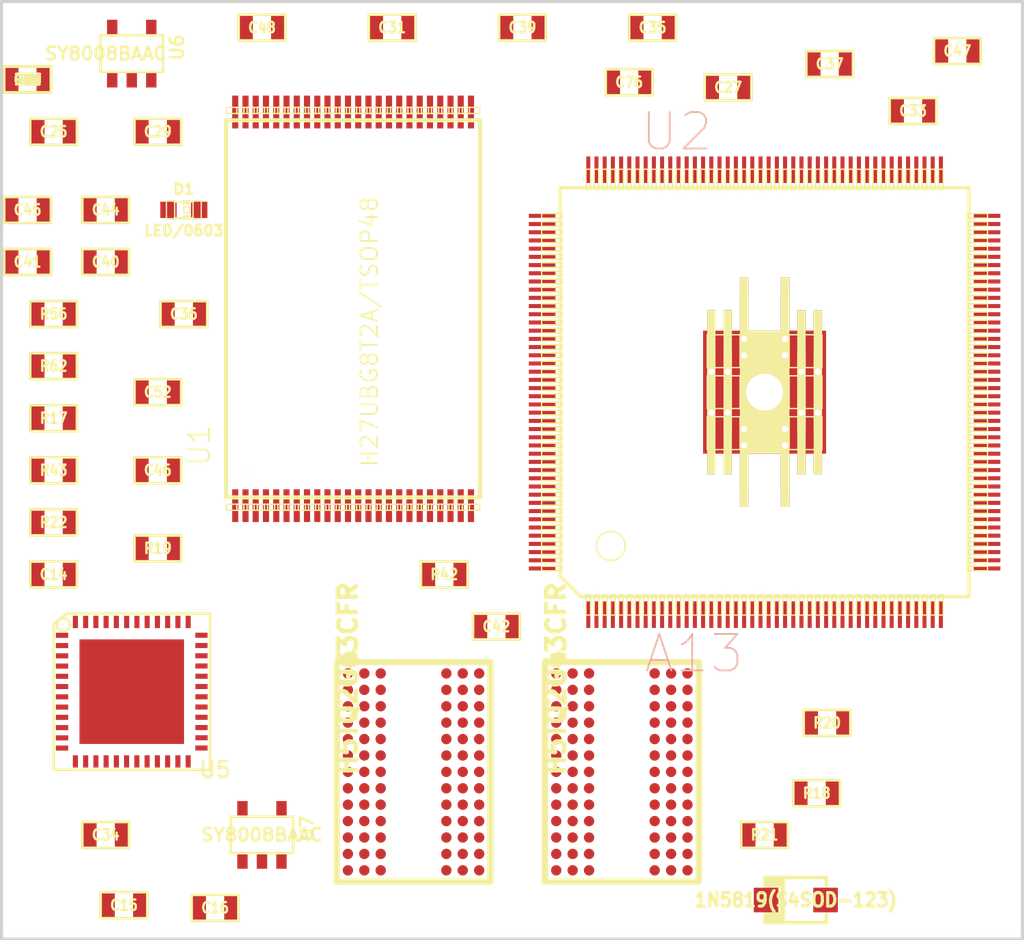
<source format=kicad_pcb>
(kicad_pcb (version 3) (host pcbnew "(2013-03-19 BZR 4004)-stable")
  (layers (15 F.Cu mixed) (2 Inner2.Cu power) (1 Inner1.Cu power) (0 B.Cu signal) (19 F.Paste user) (21 F.SilkS user) (23 F.Mask user) (28 Edge.Cuts user))
  (net 0 "")
  (net 1 +3.3V)
  (net 2 +BATT)
  (net 3 /DRAM/DDR3_A0)
  (net 4 /DRAM/DDR3_A1)
  (net 5 /DRAM/DDR3_A10)
  (net 6 /DRAM/DDR3_A11)
  (net 7 /DRAM/DDR3_A12)
  (net 8 /DRAM/DDR3_A13)
  (net 9 /DRAM/DDR3_A14)
  (net 10 /DRAM/DDR3_A2)
  (net 11 /DRAM/DDR3_A3)
  (net 12 /DRAM/DDR3_A4)
  (net 13 /DRAM/DDR3_A5)
  (net 14 /DRAM/DDR3_A6)
  (net 15 /DRAM/DDR3_A7)
  (net 16 /DRAM/DDR3_A9)
  (net 17 /DRAM/DDR3_BA0)
  (net 18 /DRAM/DDR3_BA1)
  (net 19 /DRAM/DDR3_BA2)
  (net 20 /DRAM/DDR3_CAS)
  (net 21 /DRAM/DDR3_CK)
  (net 22 /DRAM/DDR3_CKE)
  (net 23 /DRAM/DDR3_CK_N)
  (net 24 /DRAM/DDR3_D0)
  (net 25 /DRAM/DDR3_D1)
  (net 26 /DRAM/DDR3_D10)
  (net 27 /DRAM/DDR3_D11)
  (net 28 /DRAM/DDR3_D12)
  (net 29 /DRAM/DDR3_D13)
  (net 30 /DRAM/DDR3_D14)
  (net 31 /DRAM/DDR3_D15)
  (net 32 /DRAM/DDR3_D2)
  (net 33 /DRAM/DDR3_D3)
  (net 34 /DRAM/DDR3_D4)
  (net 35 /DRAM/DDR3_D5)
  (net 36 /DRAM/DDR3_D6)
  (net 37 /DRAM/DDR3_D7)
  (net 38 /DRAM/DDR3_D8)
  (net 39 /DRAM/DDR3_D9)
  (net 40 /DRAM/DDR3_DM0)
  (net 41 /DRAM/DDR3_DM1)
  (net 42 /DRAM/DDR3_DQS0)
  (net 43 /DRAM/DDR3_DQS0_N)
  (net 44 /DRAM/DDR3_DQS1)
  (net 45 /DRAM/DDR3_DQS1_N)
  (net 46 /DRAM/DDR3_ODT)
  (net 47 /DRAM/DDR3_RAS)
  (net 48 /DRAM/DDR3_RST)
  (net 49 /DRAM/DDR3_WE)
  (net 50 5V_EXT)
  (net 51 5V_OTG)
  (net 52 BACKUP)
  (net 53 EXTEN)
  (net 54 GND)
  (net 55 HPCOM)
  (net 56 HPOUTL)
  (net 57 HPOUTR)
  (net 58 LDO4_3V3_200MA)
  (net 59 LRADC)
  (net 60 MIC)
  (net 61 N-00000100)
  (net 62 N-00000101)
  (net 63 N-00000102)
  (net 64 N-00000103)
  (net 65 N-00000104)
  (net 66 N-00000117)
  (net 67 N-00000118)
  (net 68 N-00000119)
  (net 69 N-00000121)
  (net 70 N-00000122)
  (net 71 N-00000123)
  (net 72 N-00000124)
  (net 73 N-00000128)
  (net 74 N-00000132)
  (net 75 N-00000137)
  (net 76 N-00000138)
  (net 77 N-00000139)
  (net 78 N-00000149)
  (net 79 N-00000153)
  (net 80 N-00000159)
  (net 81 N-00000160)
  (net 82 N-00000161)
  (net 83 N-00000162)
  (net 84 N-00000169)
  (net 85 N-00000171)
  (net 86 N-00000172)
  (net 87 N-00000178)
  (net 88 N-00000181)
  (net 89 N-00000183)
  (net 90 N-00000184)
  (net 91 N-00000185)
  (net 92 N-00000186)
  (net 93 N-00000188)
  (net 94 N-00000190)
  (net 95 N-00000191)
  (net 96 N-00000192)
  (net 97 N-00000194)
  (net 98 N-00000195)
  (net 99 N-00000200)
  (net 100 N-00000201)
  (net 101 N-00000206)
  (net 102 N-00000207)
  (net 103 N-00000209)
  (net 104 N-00000210)
  (net 105 N-00000211)
  (net 106 N-00000212)
  (net 107 N-00000213)
  (net 108 N-00000214)
  (net 109 N-00000237)
  (net 110 N-00000253)
  (net 111 N-00000261)
  (net 112 N-00000262)
  (net 113 N-00000263)
  (net 114 N-00000264)
  (net 115 N-00000265)
  (net 116 N-00000266)
  (net 117 N-00000267)
  (net 118 N-00000268)
  (net 119 N-00000269)
  (net 120 N-00000270)
  (net 121 N-00000271)
  (net 122 N-00000278)
  (net 123 N-00000279)
  (net 124 N-00000281)
  (net 125 N-00000285)
  (net 126 N-00000286)
  (net 127 N-00000288)
  (net 128 N-00000289)
  (net 129 N-00000290)
  (net 130 N-00000291)
  (net 131 N-00000293)
  (net 132 N-00000295)
  (net 133 N-000003)
  (net 134 N-00000302)
  (net 135 N-00000303)
  (net 136 N-00000304)
  (net 137 N-00000306)
  (net 138 N-00000307)
  (net 139 N-00000309)
  (net 140 N-00000311)
  (net 141 N-00000312)
  (net 142 N-00000314)
  (net 143 N-000004)
  (net 144 N-0000056)
  (net 145 N-0000057)
  (net 146 N-0000058)
  (net 147 N-0000059)
  (net 148 N-0000060)
  (net 149 N-0000061)
  (net 150 N-0000062)
  (net 151 N-0000063)
  (net 152 N-0000064)
  (net 153 N-0000065)
  (net 154 N-0000066)
  (net 155 N-0000067)
  (net 156 N-0000068)
  (net 157 N-0000069)
  (net 158 N-0000070)
  (net 159 N-0000071)
  (net 160 N-0000072)
  (net 161 N-0000073)
  (net 162 N-0000074)
  (net 163 N-0000075)
  (net 164 N-0000076)
  (net 165 N-0000077)
  (net 166 N-0000078)
  (net 167 N-0000079)
  (net 168 N-0000080)
  (net 169 N-0000081)
  (net 170 N-0000082)
  (net 171 N-0000083)
  (net 172 N-0000084)
  (net 173 N-0000085)
  (net 174 N-0000086)
  (net 175 N-0000087)
  (net 176 N-0000088)
  (net 177 N-0000089)
  (net 178 N-0000090)
  (net 179 N-0000091)
  (net 180 N-0000092)
  (net 181 N-0000093)
  (net 182 N-0000094)
  (net 183 N-0000095)
  (net 184 N-0000096)
  (net 185 N-0000097)
  (net 186 N-0000098)
  (net 187 N-0000099)
  (net 188 NMI_N)
  (net 189 PB10)
  (net 190 PB15)
  (net 191 PB16)
  (net 192 PB17)
  (net 193 PB18)
  (net 194 PB2)
  (net 195 PB3)
  (net 196 PB4)
  (net 197 PE0)
  (net 198 PE1)
  (net 199 PE10)
  (net 200 PE11)
  (net 201 PE2)
  (net 202 PE3)
  (net 203 PE4)
  (net 204 PE5)
  (net 205 PE6)
  (net 206 PE7)
  (net 207 PE8)
  (net 208 PE9)
  (net 209 PG0)
  (net 210 PG1)
  (net 211 PG10)
  (net 212 PG11)
  (net 213 PG12)
  (net 214 PG2)
  (net 215 PG3)
  (net 216 PG4)
  (net 217 PG9)
  (net 218 PIN0)
  (net 219 PIN1)
  (net 220 PIN2)
  (net 221 PIN3)
  (net 222 PWR_BUT)
  (net 223 RESET)
  (net 224 RESET_SW)
  (net 225 RESET_SW2)
  (net 226 SVREF)
  (net 227 TPX1)
  (net 228 TPX2)
  (net 229 TPY1)
  (net 230 TPY2)
  (net 231 TWI0_SCK)
  (net 232 TWI0_SDA)
  (net 233 UBOOT)
  (net 234 USB0-DRV)
  (net 235 USB_UDM0)
  (net 236 USB_UDM1)
  (net 237 USB_UDP0)
  (net 238 USB_UDP1)
  (net 239 VDD_RTC)
  (net 240 VMEM)
  (net 241 VPP)
  (net 242 WIFI-3V3)
  (module SM0603 (layer F.Cu) (at 78.74 95.25)
    (fp_text reference R17 (at 0 0) (layer F.SilkS) (effects (font (size 0.508 0.4572) (thickness 0.1143))))
    (fp_text value 22R hide)
    (pad 1 smd rect (at -0.762 0) (size 0.635 1.143) (layers F.Cu F.Paste F.Mask) (net 21 /DRAM/DDR3_CK))
    (pad 2 smd rect (at 0.762 0) (size 0.635 1.143) (layers F.Cu F.Paste F.Mask) (net 160 N-0000072))
  )
  (module SM0603 (layer F.Cu) (at 115.951 113.538)
    (fp_text reference R18 (at 0 0) (layer F.SilkS) (effects (font (size 0.508 0.4572) (thickness 0.1143))))
    (fp_text value 22R hide)
    (pad 1 smd rect (at -0.762 0) (size 0.635 1.143) (layers F.Cu F.Paste F.Mask) (net 23 /DRAM/DDR3_CK_N))
    (pad 2 smd rect (at 0.762 0) (size 0.635 1.143) (layers F.Cu F.Paste F.Mask) (net 161 N-0000073))
  )
  (module SM0603 (layer F.Cu) (at 83.82 101.6)
    (fp_text reference R19 (at 0 0) (layer F.SilkS) (effects (font (size 0.508 0.4572) (thickness 0.1143))))
    (fp_text value 22R hide)
    (pad 1 smd rect (at -0.762 0) (size 0.635 1.143) (layers F.Cu F.Paste F.Mask) (net 42 /DRAM/DDR3_DQS0))
    (pad 2 smd rect (at 0.762 0) (size 0.635 1.143) (layers F.Cu F.Paste F.Mask) (net 170 N-0000082))
  )
  (module SM0603 (layer F.Cu) (at 116.459 110.109)
    (fp_text reference R20 (at 0 0) (layer F.SilkS) (effects (font (size 0.508 0.4572) (thickness 0.1143))))
    (fp_text value 22R hide)
    (pad 1 smd rect (at -0.762 0) (size 0.635 1.143) (layers F.Cu F.Paste F.Mask) (net 43 /DRAM/DDR3_DQS0_N))
    (pad 2 smd rect (at 0.762 0) (size 0.635 1.143) (layers F.Cu F.Paste F.Mask) (net 171 N-0000083))
  )
  (module SM0603 (layer F.Cu) (at 78.74 100.33)
    (fp_text reference R22 (at 0 0) (layer F.SilkS) (effects (font (size 0.508 0.4572) (thickness 0.1143))))
    (fp_text value 22R hide)
    (pad 1 smd rect (at -0.762 0) (size 0.635 1.143) (layers F.Cu F.Paste F.Mask) (net 45 /DRAM/DDR3_DQS1_N))
    (pad 2 smd rect (at 0.762 0) (size 0.635 1.143) (layers F.Cu F.Paste F.Mask) (net 173 N-0000085))
  )
  (module SM0603 (layer F.Cu) (at 97.79 102.87)
    (fp_text reference R42 (at 0 0) (layer F.SilkS) (effects (font (size 0.508 0.4572) (thickness 0.1143))))
    (fp_text value 22R hide)
    (pad 1 smd rect (at -0.762 0) (size 0.635 1.143) (layers F.Cu F.Paste F.Mask) (net 168 N-0000080))
    (pad 2 smd rect (at 0.762 0) (size 0.635 1.143) (layers F.Cu F.Paste F.Mask) (net 40 /DRAM/DDR3_DM0))
  )
  (module SM0603 (layer F.Cu) (at 78.74 97.79)
    (fp_text reference R43 (at 0 0) (layer F.SilkS) (effects (font (size 0.508 0.4572) (thickness 0.1143))))
    (fp_text value 22R hide)
    (pad 1 smd rect (at -0.762 0) (size 0.635 1.143) (layers F.Cu F.Paste F.Mask) (net 162 N-0000074))
    (pad 2 smd rect (at 0.762 0) (size 0.635 1.143) (layers F.Cu F.Paste F.Mask) (net 41 /DRAM/DDR3_DM1))
  )
  (module SM0603 (layer F.Cu) (at 78.74 90.17)
    (fp_text reference R56 (at 0 0) (layer F.SilkS) (effects (font (size 0.508 0.4572) (thickness 0.1143))))
    (fp_text value "NA(10k)" hide)
    (pad 1 smd rect (at -0.762 0) (size 0.635 1.143) (layers F.Cu F.Paste F.Mask) (net 1 +3.3V))
    (pad 2 smd rect (at 0.762 0) (size 0.635 1.143) (layers F.Cu F.Paste F.Mask) (net 81 N-00000160))
  )
  (module SM0603 (layer F.Cu) (at 78.74 92.71)
    (fp_text reference R62 (at 0 0) (layer F.SilkS) (effects (font (size 0.508 0.4572) (thickness 0.1143))))
    (fp_text value 2.2k hide)
    (pad 1 smd rect (at -0.762 0) (size 0.635 1.143) (layers F.Cu F.Paste F.Mask) (net 104 N-00000210))
    (pad 2 smd rect (at 0.762 0) (size 0.635 1.143) (layers F.Cu F.Paste F.Mask) (net 103 N-00000209))
  )
  (module SM0603 (layer F.Cu) (at 113.411 115.57)
    (fp_text reference R21 (at 0 0) (layer F.SilkS) (effects (font (size 0.508 0.4572) (thickness 0.1143))))
    (fp_text value 22R hide)
    (pad 1 smd rect (at -0.762 0) (size 0.635 1.143) (layers F.Cu F.Paste F.Mask) (net 44 /DRAM/DDR3_DQS1))
    (pad 2 smd rect (at 0.762 0) (size 0.635 1.143) (layers F.Cu F.Paste F.Mask) (net 172 N-0000084))
  )
  (module SM0603_Capa (layer F.Cu) (at 86.614 119.126)
    (fp_text reference C16 (at 0 0) (layer F.SilkS) (effects (font (size 0.508 0.4572) (thickness 0.1143))))
    (fp_text value "NA(22uF/6.3V)" hide)
    (pad 1 smd rect (at -0.762 0) (size 0.635 1.143) (layers F.Cu F.Paste F.Mask) (net 1 +3.3V))
    (pad 2 smd rect (at 0.762 0) (size 0.635 1.143) (layers F.Cu F.Paste F.Mask) (net 54 GND))
  )
  (module SM0603_Capa (layer F.Cu) (at 82.169 118.999)
    (fp_text reference C15 (at 0 0) (layer F.SilkS) (effects (font (size 0.508 0.4572) (thickness 0.1143))))
    (fp_text value 100nF hide)
    (pad 1 smd rect (at -0.762 0) (size 0.635 1.143) (layers F.Cu F.Paste F.Mask) (net 1 +3.3V))
    (pad 2 smd rect (at 0.762 0) (size 0.635 1.143) (layers F.Cu F.Paste F.Mask) (net 54 GND))
  )
  (module SM0603_Capa (layer F.Cu) (at 78.74 102.87)
    (fp_text reference C14 (at 0 0) (layer F.SilkS) (effects (font (size 0.508 0.4572) (thickness 0.1143))))
    (fp_text value "NA(100nF)" hide)
    (pad 1 smd rect (at -0.762 0) (size 0.635 1.143) (layers F.Cu F.Paste F.Mask) (net 81 N-00000160))
    (pad 2 smd rect (at 0.762 0) (size 0.635 1.143) (layers F.Cu F.Paste F.Mask) (net 54 GND))
  )
  (module SOD123 (layer F.Cu) (at 114.935 118.745)
    (fp_text reference D2 hide)
    (fp_text value "1N5819(S4SOD-123)" (at 0 0) (layer F.SilkS) (effects (font (size 0.6604 0.6096) (thickness 0.1524))))
    (pad 1 smd rect (at -1.45034 0) (size 1.19888 1.19888) (layers F.Cu F.Paste F.Mask) (net 1 +3.3V))
    (pad 2 smd rect (at 1.45034 0) (size 1.19888 1.19888) (layers F.Cu F.Paste F.Mask) (net 88 N-00000181))
  )
  (module allwinner_a13-OLIMEX_IC_TQFP176 (layer F.Cu) (at 113.411 93.98)
    (fp_text reference U2 (at -4.29006 -12.7) (layer B.SilkS) (effects (font (size 1.778 1.778) (thickness 0.0889))))
    (fp_text value A13 (at -3.44424 12.7508) (layer B.SilkS) (effects (font (size 1.778 1.778) (thickness 0.0889))))
    (pad 1 smd rect (at -8.5979 10.84834) (size 0.19812 1.29794) (layers F.Cu F.Paste F.Mask) (net 72 N-00000124))
    (pad 2 smd rect (at -8.19912 10.84834) (size 0.19812 1.29794) (layers F.Cu F.Paste F.Mask) (net 77 N-00000139))
    (pad 3 smd rect (at -7.7978 10.84834) (size 0.19812 1.29794) (layers F.Cu F.Paste F.Mask) (net 76 N-00000138))
    (pad 4 smd rect (at -7.39902 10.84834) (size 0.19812 1.29794) (layers F.Cu F.Paste F.Mask) (net 94 N-00000190))
    (pad 5 smd rect (at -6.9977 10.84834) (size 0.19812 1.29794) (layers F.Cu F.Paste F.Mask) (net 1 +3.3V))
    (pad 6 smd rect (at -6.59892 10.84834) (size 0.19812 1.29794) (layers F.Cu F.Paste F.Mask) (net 78 N-00000149))
    (pad 7 smd rect (at -6.1976 10.84834) (size 0.19812 1.29794) (layers F.Cu F.Paste F.Mask) (net 71 N-00000123))
    (pad 8 smd rect (at -5.79882 10.84834) (size 0.19812 1.29794) (layers F.Cu F.Paste F.Mask) (net 80 N-00000159))
    (pad 9 smd rect (at -5.3975 10.84834) (size 0.19812 1.29794) (layers F.Cu F.Paste F.Mask) (net 94 N-00000190))
    (pad 10 smd rect (at -4.99872 10.84834) (size 0.19812 1.29794) (layers F.Cu F.Paste F.Mask) (net 189 PB10))
    (pad 11 smd rect (at -4.59994 10.84834) (size 0.19812 1.29794) (layers F.Cu F.Paste F.Mask) (net 94 N-00000190))
    (pad 12 smd rect (at -4.19862 10.84834) (size 0.19812 1.29794) (layers F.Cu F.Paste F.Mask) (net 217 PG9))
    (pad 13 smd rect (at -3.79984 10.84834) (size 0.19812 1.29794) (layers F.Cu F.Paste F.Mask) (net 211 PG10))
    (pad 14 smd rect (at -3.39852 10.84834) (size 0.19812 1.29794) (layers F.Cu F.Paste F.Mask) (net 212 PG11))
    (pad 15 smd rect (at -2.99974 10.84834) (size 0.19812 1.29794) (layers F.Cu F.Paste F.Mask) (net 213 PG12))
    (pad 16 smd rect (at -2.59842 10.84834) (size 0.19812 1.29794) (layers F.Cu F.Paste F.Mask) (net 94 N-00000190))
    (pad 17 smd rect (at -2.19964 10.84834) (size 0.19812 1.29794) (layers F.Cu F.Paste F.Mask) (net 92 N-00000186))
    (pad 18 smd rect (at -1.79832 10.84834) (size 0.19812 1.29794) (layers F.Cu F.Paste F.Mask) (net 226 SVREF))
    (pad 19 smd rect (at -1.39954 10.84834) (size 0.19812 1.29794) (layers F.Cu F.Paste F.Mask) (net 144 N-0000056))
    (pad 20 smd rect (at -0.99822 10.84834) (size 0.19812 1.29794) (layers F.Cu F.Paste F.Mask) (net 150 N-0000062))
    (pad 21 smd rect (at -0.59944 10.84834) (size 0.19812 1.29794) (layers F.Cu F.Paste F.Mask) (net 147 N-0000059))
    (pad 22 smd rect (at -0.19812 10.84834) (size 0.19812 1.29794) (layers F.Cu F.Paste F.Mask) (net 145 N-0000057))
    (pad 23 smd rect (at 0.19812 10.84834) (size 0.19812 1.29794) (layers F.Cu F.Paste F.Mask) (net 240 VMEM))
    (pad 24 smd rect (at 0.59944 10.84834) (size 0.19812 1.29794) (layers F.Cu F.Paste F.Mask) (net 155 N-0000067))
    (pad 25 smd rect (at 0.99822 10.84834) (size 0.19812 1.29794) (layers F.Cu F.Paste F.Mask) (net 153 N-0000065))
    (pad 26 smd rect (at 1.39954 10.84834) (size 0.19812 1.29794) (layers F.Cu F.Paste F.Mask) (net 157 N-0000069))
    (pad 27 smd rect (at 1.79832 10.84834) (size 0.19812 1.29794) (layers F.Cu F.Paste F.Mask) (net 159 N-0000071))
    (pad 28 smd rect (at 2.19964 10.84834) (size 0.19812 1.29794) (layers F.Cu F.Paste F.Mask) (net 162 N-0000074))
    (pad 29 smd rect (at 2.59842 10.84834) (size 0.19812 1.29794) (layers F.Cu F.Paste F.Mask) (net 168 N-0000080))
    (pad 30 smd rect (at 2.99974 10.84834) (size 0.19812 1.29794) (layers F.Cu F.Paste F.Mask) (net 240 VMEM))
    (pad 31 smd rect (at 3.39852 10.84834) (size 0.19812 1.29794) (layers F.Cu F.Paste F.Mask) (net 170 N-0000082))
    (pad 32 smd rect (at 3.79984 10.84834) (size 0.19812 1.29794) (layers F.Cu F.Paste F.Mask) (net 171 N-0000083))
    (pad 33 smd rect (at 4.19862 10.84834) (size 0.19812 1.29794) (layers F.Cu F.Paste F.Mask) (net 172 N-0000084))
    (pad 34 smd rect (at 4.59994 10.84834) (size 0.19812 1.29794) (layers F.Cu F.Paste F.Mask) (net 173 N-0000085))
    (pad 35 smd rect (at 4.99872 10.84834) (size 0.19812 1.29794) (layers F.Cu F.Paste F.Mask) (net 97 N-00000194))
    (pad 36 smd rect (at 5.3975 10.84834) (size 0.19812 1.29794) (layers F.Cu F.Paste F.Mask) (net 156 N-0000068))
    (pad 37 smd rect (at 5.79882 10.84834) (size 0.19812 1.29794) (layers F.Cu F.Paste F.Mask) (net 152 N-0000064))
    (pad 38 smd rect (at 6.1976 10.84834) (size 0.19812 1.29794) (layers F.Cu F.Paste F.Mask) (net 158 N-0000070))
    (pad 39 smd rect (at 6.59892 10.84834) (size 0.19812 1.29794) (layers F.Cu F.Paste F.Mask) (net 154 N-0000066))
    (pad 40 smd rect (at 6.9977 10.84834) (size 0.19812 1.29794) (layers F.Cu F.Paste F.Mask) (net 146 N-0000058))
    (pad 41 smd rect (at 7.39902 10.84834) (size 0.19812 1.29794) (layers F.Cu F.Paste F.Mask) (net 148 N-0000060))
    (pad 42 smd rect (at 7.7978 10.84834) (size 0.19812 1.29794) (layers F.Cu F.Paste F.Mask) (net 151 N-0000063))
    (pad 43 smd rect (at 8.19912 10.84834) (size 0.19812 1.29794) (layers F.Cu F.Paste F.Mask) (net 240 VMEM))
    (pad 44 smd rect (at 8.5979 10.84834) (size 0.19812 1.29794) (layers F.Cu F.Paste F.Mask) (net 149 N-0000061))
    (pad 45 smd rect (at 10.84834 8.5979) (size 1.29794 0.19812) (layers F.Cu F.Paste F.Mask) (net 160 N-0000072))
    (pad 46 smd rect (at 10.84834 8.19912) (size 1.29794 0.19812) (layers F.Cu F.Paste F.Mask) (net 161 N-0000073))
    (pad 47 smd rect (at 10.84834 7.7978) (size 1.29794 0.19812) (layers F.Cu F.Paste F.Mask) (net 165 N-0000077))
    (pad 48 smd rect (at 10.84834 7.39902) (size 1.29794 0.19812) (layers F.Cu F.Paste F.Mask) (net 183 N-0000095))
    (pad 49 smd rect (at 10.84834 6.9977) (size 1.29794 0.19812) (layers F.Cu F.Paste F.Mask) (net 62 N-00000101))
    (pad 50 smd rect (at 10.84834 6.59892) (size 1.29794 0.19812) (layers F.Cu F.Paste F.Mask) (net 185 N-0000097))
    (pad 51 smd rect (at 10.84834 6.1976) (size 1.29794 0.19812) (layers F.Cu F.Paste F.Mask) (net 178 N-0000090))
    (pad 52 smd rect (at 10.84834 5.79882) (size 1.29794 0.19812) (layers F.Cu F.Paste F.Mask) (net 175 N-0000087))
    (pad 53 smd rect (at 10.84834 5.3975) (size 1.29794 0.19812) (layers F.Cu F.Paste F.Mask) (net 240 VMEM))
    (pad 54 smd rect (at 10.84834 4.99872) (size 1.29794 0.19812) (layers F.Cu F.Paste F.Mask) (net 169 N-0000081))
    (pad 55 smd rect (at 10.84834 4.59994) (size 1.29794 0.19812) (layers F.Cu F.Paste F.Mask) (net 181 N-0000093))
    (pad 56 smd rect (at 10.84834 4.19862) (size 1.29794 0.19812) (layers F.Cu F.Paste F.Mask) (net 184 N-0000096))
    (pad 57 smd rect (at 10.84834 3.79984) (size 1.29794 0.19812) (layers F.Cu F.Paste F.Mask) (net 187 N-0000099))
    (pad 58 smd rect (at 10.84834 3.39852) (size 1.29794 0.19812) (layers F.Cu F.Paste F.Mask) (net 167 N-0000079))
    (pad 59 smd rect (at 10.84834 2.99974) (size 1.29794 0.19812) (layers F.Cu F.Paste F.Mask) (net 166 N-0000078))
    (pad 60 smd rect (at 10.84834 2.59842) (size 1.29794 0.19812) (layers F.Cu F.Paste F.Mask) (net 164 N-0000076))
    (pad 61 smd rect (at 10.84834 2.19964) (size 1.29794 0.19812) (layers F.Cu F.Paste F.Mask) (net 63 N-00000102))
    (pad 62 smd rect (at 10.84834 1.79832) (size 1.29794 0.19812) (layers F.Cu F.Paste F.Mask) (net 240 VMEM))
    (pad 63 smd rect (at 10.84834 1.39954) (size 1.29794 0.19812) (layers F.Cu F.Paste F.Mask) (net 61 N-00000100))
    (pad 64 smd rect (at 10.84834 0.99822) (size 1.29794 0.19812) (layers F.Cu F.Paste F.Mask) (net 174 N-0000086))
    (pad 65 smd rect (at 10.84834 0.59944) (size 1.29794 0.19812) (layers F.Cu F.Paste F.Mask) (net 177 N-0000089))
    (pad 66 smd rect (at 10.84834 0.19812) (size 1.29794 0.19812) (layers F.Cu F.Paste F.Mask) (net 176 N-0000088))
    (pad 67 smd rect (at 10.84834 -0.19812) (size 1.29794 0.19812) (layers F.Cu F.Paste F.Mask) (net 179 N-0000091))
    (pad 68 smd rect (at 10.84834 -0.59944) (size 1.29794 0.19812) (layers F.Cu F.Paste F.Mask) (net 186 N-0000098))
    (pad 69 smd rect (at 10.84834 -0.99822) (size 1.29794 0.19812) (layers F.Cu F.Paste F.Mask) (net 182 N-0000094))
    (pad 70 smd rect (at 10.84834 -1.39954) (size 1.29794 0.19812) (layers F.Cu F.Paste F.Mask) (net 163 N-0000075))
    (pad 71 smd rect (at 10.84834 -1.79832) (size 1.29794 0.19812) (layers F.Cu F.Paste F.Mask) (net 180 N-0000092))
    (pad 72 smd rect (at 10.84834 -2.19964) (size 1.29794 0.19812) (layers F.Cu F.Paste F.Mask) (net 64 N-00000103))
    (pad 73 smd rect (at 10.84834 -2.59842) (size 1.29794 0.19812) (layers F.Cu F.Paste F.Mask) (net 97 N-00000194))
    (pad 74 smd rect (at 10.84834 -2.99974) (size 1.29794 0.19812) (layers F.Cu F.Paste F.Mask) (net 56 HPOUTL))
    (pad 75 smd rect (at 10.84834 -3.39852) (size 1.29794 0.19812) (layers F.Cu F.Paste F.Mask) (net 87 N-00000178))
    (pad 76 smd rect (at 10.84834 -3.79984) (size 1.29794 0.19812) (layers F.Cu F.Paste F.Mask) (net 1 +3.3V))
    (pad 77 smd rect (at 10.84834 -4.19862) (size 1.29794 0.19812) (layers F.Cu F.Paste F.Mask) (net 55 HPCOM))
    (pad 78 smd rect (at 10.84834 -4.59994) (size 1.29794 0.19812) (layers F.Cu F.Paste F.Mask) (net 57 HPOUTR))
    (pad 79 smd rect (at 10.84834 -4.99872) (size 1.29794 0.19812) (layers F.Cu F.Paste F.Mask) (net 54 GND))
    (pad 80 smd rect (at 10.84834 -5.3975) (size 1.29794 0.19812) (layers F.Cu F.Paste F.Mask) (net 89 N-00000183))
    (pad 81 smd rect (at 10.84834 -5.79882) (size 1.29794 0.19812) (layers F.Cu F.Paste F.Mask) (net 241 VPP))
    (pad 82 smd rect (at 10.84834 -6.1976) (size 1.29794 0.19812) (layers F.Cu F.Paste F.Mask) (net 91 N-00000185))
    (pad 83 smd rect (at 10.84834 -6.59892) (size 1.29794 0.19812) (layers F.Cu F.Paste F.Mask) (net 93 N-00000188))
    (pad 84 smd rect (at 10.84834 -6.9977) (size 1.29794 0.19812) (layers F.Cu F.Paste F.Mask) (net 123 N-00000279))
    (pad 85 smd rect (at 10.84834 -7.39902) (size 1.29794 0.19812) (layers F.Cu F.Paste F.Mask) (net 122 N-00000278))
    (pad 86 smd rect (at 10.84834 -7.7978) (size 1.29794 0.19812) (layers F.Cu F.Paste F.Mask) (net 59 LRADC))
    (pad 87 smd rect (at 10.84834 -8.19912) (size 1.29794 0.19812) (layers F.Cu F.Paste F.Mask) (net 228 TPX2))
    (pad 88 smd rect (at 10.84834 -8.5979) (size 1.29794 0.19812) (layers F.Cu F.Paste F.Mask) (net 230 TPY2))
    (pad 89 smd rect (at 8.5979 -10.84834) (size 0.19812 1.29794) (layers F.Cu F.Paste F.Mask) (net 227 TPX1))
    (pad 90 smd rect (at 8.19912 -10.84834) (size 0.19812 1.29794) (layers F.Cu F.Paste F.Mask) (net 229 TPY1))
    (pad 91 smd rect (at 7.7978 -10.84834) (size 0.19812 1.29794) (layers F.Cu F.Paste F.Mask) (net 126 N-00000286))
    (pad 92 smd rect (at 7.39902 -10.84834) (size 0.19812 1.29794) (layers F.Cu F.Paste F.Mask) (net 125 N-00000285))
    (pad 93 smd rect (at 6.9977 -10.84834) (size 0.19812 1.29794) (layers F.Cu F.Paste F.Mask) (net 235 USB_UDM0))
    (pad 94 smd rect (at 6.59892 -10.84834) (size 0.19812 1.29794) (layers F.Cu F.Paste F.Mask) (net 237 USB_UDP0))
    (pad 95 smd rect (at 6.1976 -10.84834) (size 0.19812 1.29794) (layers F.Cu F.Paste F.Mask) (net 236 USB_UDM1))
    (pad 96 smd rect (at 5.79882 -10.84834) (size 0.19812 1.29794) (layers F.Cu F.Paste F.Mask) (net 238 USB_UDP1))
    (pad 97 smd rect (at 5.3975 -10.84834) (size 0.19812 1.29794) (layers F.Cu F.Paste F.Mask) (net 1 +3.3V))
    (pad 98 smd rect (at 4.99872 -10.84834) (size 0.19812 1.29794) (layers F.Cu F.Paste F.Mask) (net 97 N-00000194))
    (pad 99 smd rect (at 4.59994 -10.84834) (size 0.19812 1.29794) (layers F.Cu F.Paste F.Mask))
    (pad 100 smd rect (at 4.19862 -10.84834) (size 0.19812 1.29794) (layers F.Cu F.Paste F.Mask) (net 1 +3.3V))
    (pad 101 smd rect (at 3.79984 -10.84834) (size 0.19812 1.29794) (layers F.Cu F.Paste F.Mask) (net 231 TWI0_SCK))
    (pad 102 smd rect (at 3.39852 -10.84834) (size 0.19812 1.29794) (layers F.Cu F.Paste F.Mask) (net 232 TWI0_SDA))
    (pad 103 smd rect (at 2.99974 -10.84834) (size 0.19812 1.29794) (layers F.Cu F.Paste F.Mask) (net 194 PB2))
    (pad 104 smd rect (at 2.59842 -10.84834) (size 0.19812 1.29794) (layers F.Cu F.Paste F.Mask) (net 196 PB4))
    (pad 105 smd rect (at 2.19964 -10.84834) (size 0.19812 1.29794) (layers F.Cu F.Paste F.Mask) (net 190 PB15))
    (pad 106 smd rect (at 1.79832 -10.84834) (size 0.19812 1.29794) (layers F.Cu F.Paste F.Mask) (net 191 PB16))
    (pad 107 smd rect (at 1.39954 -10.84834) (size 0.19812 1.29794) (layers F.Cu F.Paste F.Mask) (net 129 N-00000290))
    (pad 108 smd rect (at 0.99822 -10.84834) (size 0.19812 1.29794) (layers F.Cu F.Paste F.Mask) (net 127 N-00000288))
    (pad 109 smd rect (at 0.59944 -10.84834) (size 0.19812 1.29794) (layers F.Cu F.Paste F.Mask) (net 97 N-00000194))
    (pad 110 smd rect (at 0.19812 -10.84834) (size 0.19812 1.29794) (layers F.Cu F.Paste F.Mask) (net 136 N-00000304))
    (pad 111 smd rect (at -0.19812 -10.84834) (size 0.19812 1.29794) (layers F.Cu F.Paste F.Mask) (net 141 N-00000312))
    (pad 112 smd rect (at -0.59944 -10.84834) (size 0.19812 1.29794) (layers F.Cu F.Paste F.Mask) (net 139 N-00000309))
    (pad 113 smd rect (at -0.99822 -10.84834) (size 0.19812 1.29794) (layers F.Cu F.Paste F.Mask) (net 138 N-00000307))
    (pad 114 smd rect (at -1.39954 -10.84834) (size 0.19812 1.29794) (layers F.Cu F.Paste F.Mask) (net 197 PE0))
    (pad 115 smd rect (at -1.79832 -10.84834) (size 0.19812 1.29794) (layers F.Cu F.Paste F.Mask) (net 198 PE1))
    (pad 116 smd rect (at -2.19964 -10.84834) (size 0.19812 1.29794) (layers F.Cu F.Paste F.Mask) (net 201 PE2))
    (pad 117 smd rect (at -2.59842 -10.84834) (size 0.19812 1.29794) (layers F.Cu F.Paste F.Mask) (net 202 PE3))
    (pad 118 smd rect (at -2.99974 -10.84834) (size 0.19812 1.29794) (layers F.Cu F.Paste F.Mask) (net 203 PE4))
    (pad 119 smd rect (at -3.39852 -10.84834) (size 0.19812 1.29794) (layers F.Cu F.Paste F.Mask) (net 204 PE5))
    (pad 120 smd rect (at -3.79984 -10.84834) (size 0.19812 1.29794) (layers F.Cu F.Paste F.Mask) (net 205 PE6))
    (pad 121 smd rect (at -4.19862 -10.84834) (size 0.19812 1.29794) (layers F.Cu F.Paste F.Mask) (net 206 PE7))
    (pad 122 smd rect (at -4.59994 -10.84834) (size 0.19812 1.29794) (layers F.Cu F.Paste F.Mask) (net 207 PE8))
    (pad 123 smd rect (at -4.99872 -10.84834) (size 0.19812 1.29794) (layers F.Cu F.Paste F.Mask) (net 208 PE9))
    (pad 124 smd rect (at -5.3975 -10.84834) (size 0.19812 1.29794) (layers F.Cu F.Paste F.Mask) (net 199 PE10))
    (pad 125 smd rect (at -5.79882 -10.84834) (size 0.19812 1.29794) (layers F.Cu F.Paste F.Mask) (net 200 PE11))
    (pad 126 smd rect (at -6.1976 -10.84834) (size 0.19812 1.29794) (layers F.Cu F.Paste F.Mask) (net 111 N-00000261))
    (pad 127 smd rect (at -6.59892 -10.84834) (size 0.19812 1.29794) (layers F.Cu F.Paste F.Mask) (net 110 N-00000253))
    (pad 128 smd rect (at -6.9977 -10.84834) (size 0.19812 1.29794) (layers F.Cu F.Paste F.Mask) (net 112 N-00000262))
    (pad 129 smd rect (at -7.39902 -10.84834) (size 0.19812 1.29794) (layers F.Cu F.Paste F.Mask) (net 113 N-00000263))
    (pad 130 smd rect (at -7.7978 -10.84834) (size 0.19812 1.29794) (layers F.Cu F.Paste F.Mask) (net 114 N-00000264))
    (pad 131 smd rect (at -8.19912 -10.84834) (size 0.19812 1.29794) (layers F.Cu F.Paste F.Mask) (net 115 N-00000265))
    (pad 132 smd rect (at -8.5979 -10.84834) (size 0.19812 1.29794) (layers F.Cu F.Paste F.Mask) (net 116 N-00000266))
    (pad 133 smd rect (at -10.84834 -8.5979) (size 1.29794 0.19812) (layers F.Cu F.Paste F.Mask) (net 117 N-00000267))
    (pad 134 smd rect (at -10.84834 -8.19912) (size 1.29794 0.19812) (layers F.Cu F.Paste F.Mask) (net 118 N-00000268))
    (pad 135 smd rect (at -10.84834 -7.7978) (size 1.29794 0.19812) (layers F.Cu F.Paste F.Mask) (net 119 N-00000269))
    (pad 136 smd rect (at -10.84834 -7.39902) (size 1.29794 0.19812) (layers F.Cu F.Paste F.Mask) (net 120 N-00000270))
    (pad 137 smd rect (at -10.84834 -6.9977) (size 1.29794 0.19812) (layers F.Cu F.Paste F.Mask) (net 121 N-00000271))
    (pad 138 smd rect (at -10.84834 -6.59892) (size 1.29794 0.19812) (layers F.Cu F.Paste F.Mask) (net 109 N-00000237))
    (pad 139 smd rect (at -10.84834 -6.1976) (size 1.29794 0.19812) (layers F.Cu F.Paste F.Mask) (net 134 N-00000302))
    (pad 140 smd rect (at -10.84834 -5.79882) (size 1.29794 0.19812) (layers F.Cu F.Paste F.Mask) (net 142 N-00000314))
    (pad 141 smd rect (at -10.84834 -5.3975) (size 1.29794 0.19812) (layers F.Cu F.Paste F.Mask) (net 140 N-00000311))
    (pad 142 smd rect (at -10.84834 -4.99872) (size 1.29794 0.19812) (layers F.Cu F.Paste F.Mask) (net 1 +3.3V))
    (pad 143 smd rect (at -10.84834 -4.59994) (size 1.29794 0.19812) (layers F.Cu F.Paste F.Mask) (net 137 N-00000306))
    (pad 144 smd rect (at -10.84834 -4.19862) (size 1.29794 0.19812) (layers F.Cu F.Paste F.Mask) (net 132 N-00000295))
    (pad 145 smd rect (at -10.84834 -3.79984) (size 1.29794 0.19812) (layers F.Cu F.Paste F.Mask) (net 131 N-00000293))
    (pad 146 smd rect (at -10.84834 -3.39852) (size 1.29794 0.19812) (layers F.Cu F.Paste F.Mask) (net 130 N-00000291))
    (pad 147 smd rect (at -10.84834 -2.99974) (size 1.29794 0.19812) (layers F.Cu F.Paste F.Mask) (net 128 N-00000289))
    (pad 148 smd rect (at -10.84834 -2.59842) (size 1.29794 0.19812) (layers F.Cu F.Paste F.Mask) (net 135 N-00000303))
    (pad 149 smd rect (at -10.84834 -2.19964) (size 1.29794 0.19812) (layers F.Cu F.Paste F.Mask) (net 97 N-00000194))
    (pad 150 smd rect (at -10.84834 -1.79832) (size 1.29794 0.19812) (layers F.Cu F.Paste F.Mask) (net 195 PB3))
    (pad 151 smd rect (at -10.84834 -1.39954) (size 1.29794 0.19812) (layers F.Cu F.Paste F.Mask) (net 216 PG4))
    (pad 152 smd rect (at -10.84834 -0.99822) (size 1.29794 0.19812) (layers F.Cu F.Paste F.Mask) (net 215 PG3))
    (pad 153 smd rect (at -10.84834 -0.59944) (size 1.29794 0.19812) (layers F.Cu F.Paste F.Mask) (net 214 PG2))
    (pad 154 smd rect (at -10.84834 -0.19812) (size 1.29794 0.19812) (layers F.Cu F.Paste F.Mask) (net 210 PG1))
    (pad 155 smd rect (at -10.84834 0.19812) (size 1.29794 0.19812) (layers F.Cu F.Paste F.Mask) (net 209 PG0))
    (pad 156 smd rect (at -10.84834 0.59944) (size 1.29794 0.19812) (layers F.Cu F.Paste F.Mask) (net 94 N-00000190))
    (pad 157 smd rect (at -10.84834 0.99822) (size 1.29794 0.19812) (layers F.Cu F.Paste F.Mask) (net 233 UBOOT))
    (pad 158 smd rect (at -10.84834 1.39954) (size 1.29794 0.19812) (layers F.Cu F.Paste F.Mask) (net 188 NMI_N))
    (pad 159 smd rect (at -10.84834 1.79832) (size 1.29794 0.19812) (layers F.Cu F.Paste F.Mask) (net 223 RESET))
    (pad 160 smd rect (at -10.84834 2.19964) (size 1.29794 0.19812) (layers F.Cu F.Paste F.Mask) (net 193 PB18))
    (pad 161 smd rect (at -10.84834 2.59842) (size 1.29794 0.19812) (layers F.Cu F.Paste F.Mask) (net 192 PB17))
    (pad 162 smd rect (at -10.84834 2.99974) (size 1.29794 0.19812) (layers F.Cu F.Paste F.Mask))
    (pad 163 smd rect (at -10.84834 3.39852) (size 1.29794 0.19812) (layers F.Cu F.Paste F.Mask) (net 1 +3.3V))
    (pad 164 smd rect (at -10.84834 3.79984) (size 1.29794 0.19812) (layers F.Cu F.Paste F.Mask) (net 94 N-00000190))
    (pad 165 smd rect (at -10.84834 4.19862) (size 1.29794 0.19812) (layers F.Cu F.Paste F.Mask) (net 79 N-00000153))
    (pad 166 smd rect (at -10.84834 4.59994) (size 1.29794 0.19812) (layers F.Cu F.Paste F.Mask) (net 67 N-00000118))
    (pad 167 smd rect (at -10.84834 4.99872) (size 1.29794 0.19812) (layers F.Cu F.Paste F.Mask) (net 82 N-00000161))
    (pad 168 smd rect (at -10.84834 5.3975) (size 1.29794 0.19812) (layers F.Cu F.Paste F.Mask) (net 70 N-00000122))
    (pad 169 smd rect (at -10.84834 5.79882) (size 1.29794 0.19812) (layers F.Cu F.Paste F.Mask) (net 94 N-00000190))
    (pad 170 smd rect (at -10.84834 6.1976) (size 1.29794 0.19812) (layers F.Cu F.Paste F.Mask) (net 74 N-00000132))
    (pad 171 smd rect (at -10.84834 6.59892) (size 1.29794 0.19812) (layers F.Cu F.Paste F.Mask) (net 69 N-00000121))
    (pad 172 smd rect (at -10.84834 6.9977) (size 1.29794 0.19812) (layers F.Cu F.Paste F.Mask) (net 75 N-00000137))
    (pad 173 smd rect (at -10.84834 7.39902) (size 1.29794 0.19812) (layers F.Cu F.Paste F.Mask) (net 94 N-00000190))
    (pad 174 smd rect (at -10.84834 7.7978) (size 1.29794 0.19812) (layers F.Cu F.Paste F.Mask) (net 68 N-00000119))
    (pad 175 smd rect (at -10.84834 8.19912) (size 1.29794 0.19812) (layers F.Cu F.Paste F.Mask) (net 73 N-00000128))
    (pad 176 smd rect (at -10.84834 8.5979) (size 1.29794 0.19812) (layers F.Cu F.Paste F.Mask) (net 66 N-00000117))
    (pad GND_ smd rect (at 0 0) (size 5.99948 5.99948) (layers F.Cu F.Paste F.Mask))
    (pad P$2 thru_hole rect (at 0 0) (size 2.18186 5.99948) (drill 1.798319) (layers *.Cu F.Paste F.SilkS F.Mask))
    (pad P$3 thru_hole rect (at -2.59842 0.99822) (size 0.4064 5.99948) (drill 0.299719) (layers *.Cu F.Paste F.SilkS F.Mask))
    (pad P$4 thru_hole rect (at -1.79832 0.99822) (size 0.4064 5.99948) (drill 0.299719) (layers *.Cu F.Paste F.SilkS F.Mask))
    (pad P$5 thru_hole rect (at -0.99822 2.59842) (size 0.4064 5.99948) (drill 0.299719) (layers *.Cu F.Paste F.SilkS F.Mask))
    (pad P$6 thru_hole rect (at -0.99822 1.79832) (size 0.4064 5.99948) (drill 0.299719) (layers *.Cu F.Paste F.SilkS F.Mask))
    (pad P$7 thru_hole rect (at 0.99822 2.59842) (size 0.4064 5.99948) (drill 0.299719) (layers *.Cu F.Paste F.SilkS F.Mask))
    (pad P$8 thru_hole rect (at 0.99822 1.79832) (size 0.4064 5.99948) (drill 0.299719) (layers *.Cu F.Paste F.SilkS F.Mask))
    (pad P$9 thru_hole rect (at 2.59842 0.99822) (size 0.4064 5.99948) (drill 0.299719) (layers *.Cu F.Paste F.SilkS F.Mask))
    (pad P$10 thru_hole rect (at 1.79832 0.99822) (size 0.4064 5.99948) (drill 0.299719) (layers *.Cu F.Paste F.SilkS F.Mask))
    (pad P$11 thru_hole rect (at -2.59842 -0.99822) (size 0.4064 5.99948) (drill 0.299719) (layers *.Cu F.Paste F.SilkS F.Mask))
    (pad P$12 thru_hole rect (at -1.79832 -0.99822) (size 0.4064 5.99948) (drill 0.299719) (layers *.Cu F.Paste F.SilkS F.Mask))
    (pad P$13 thru_hole rect (at 2.59842 -0.99822) (size 0.4064 5.99948) (drill 0.299719) (layers *.Cu F.Paste F.SilkS F.Mask))
    (pad P$14 thru_hole rect (at 1.79832 -0.99822) (size 0.4064 5.99948) (drill 0.299719) (layers *.Cu F.Paste F.SilkS F.Mask))
    (pad P$15 thru_hole rect (at -0.99822 -2.59842) (size 0.4064 5.99948) (drill 0.299719) (layers *.Cu F.Paste F.SilkS F.Mask))
    (pad P$16 thru_hole rect (at -0.99822 -1.79832) (size 0.4064 5.99948) (drill 0.299719) (layers *.Cu F.Paste F.SilkS F.Mask))
    (pad P$17 thru_hole rect (at 0.99822 -2.59842) (size 0.4064 5.99948) (drill 0.299719) (layers *.Cu F.Paste F.SilkS F.Mask))
    (pad P$18 thru_hole rect (at 0.99822 -1.79832) (size 0.4064 5.99948) (drill 0.299719) (layers *.Cu F.Paste F.SilkS F.Mask))
  )
  (module LED-0603 (layer F.Cu) (at 85.09 85.09)
    (fp_text reference D1 (at 0 -1.016) (layer F.SilkS) (effects (font (size 0.508 0.508) (thickness 0.127))))
    (fp_text value LED/0603 (at 0 1.016) (layer F.SilkS) (effects (font (size 0.508 0.508) (thickness 0.127))))
    (pad 1 smd rect (at -0.7493 0) (size 0.79756 0.79756) (layers F.Cu F.Paste F.Mask) (net 224 RESET_SW))
    (pad 2 smd rect (at 0.7493 0) (size 0.79756 0.79756) (layers F.Cu F.Paste F.Mask) (net 104 N-00000210))
  )
  (module SM0603 (layer F.Cu) (at 77.47 78.74)
    (fp_text reference R49 (at 0 0) (layer F.SilkS) (effects (font (size 0.508 0.4572) (thickness 0.1143))))
    (fp_text value 240R/1% hide)
    (pad 1 smd rect (at -0.762 0) (size 0.635 1.143) (layers F.Cu F.Paste F.Mask) (net 133 N-000003))
    (pad 2 smd rect (at 0.762 0) (size 0.635 1.143) (layers F.Cu F.Paste F.Mask) (net 54 GND))
  )
  (module SM0603 (layer F.Cu) (at 77.47 78.74)
    (fp_text reference R6 (at 0 0) (layer F.SilkS) (effects (font (size 0.508 0.4572) (thickness 0.1143))))
    (fp_text value 2.2k hide)
    (pad 1 smd rect (at -0.762 0) (size 0.635 1.143) (layers F.Cu F.Paste F.Mask) (net 124 N-00000281))
    (pad 2 smd rect (at 0.762 0) (size 0.635 1.143) (layers F.Cu F.Paste F.Mask) (net 122 N-00000278))
  )
  (module SM0603 (layer F.Cu) (at 77.47 78.74)
    (fp_text reference R67 (at 0 0) (layer F.SilkS) (effects (font (size 0.508 0.4572) (thickness 0.1143))))
    (fp_text value 4.99k/1% hide)
    (pad 1 smd rect (at -0.762 0) (size 0.635 1.143) (layers F.Cu F.Paste F.Mask) (net 86 N-00000172))
    (pad 2 smd rect (at 0.762 0) (size 0.635 1.143) (layers F.Cu F.Paste F.Mask) (net 240 VMEM))
  )
  (module SM0603 (layer F.Cu) (at 77.47 78.74)
    (fp_text reference R53 (at 0 0) (layer F.SilkS) (effects (font (size 0.508 0.4572) (thickness 0.1143))))
    (fp_text value 240R/1% hide)
    (pad 1 smd rect (at -0.762 0) (size 0.635 1.143) (layers F.Cu F.Paste F.Mask) (net 54 GND))
    (pad 2 smd rect (at 0.762 0) (size 0.635 1.143) (layers F.Cu F.Paste F.Mask) (net 100 N-00000201))
  )
  (module SM0603 (layer F.Cu) (at 77.47 78.74)
    (fp_text reference R3 (at 0 0) (layer F.SilkS) (effects (font (size 0.508 0.4572) (thickness 0.1143))))
    (fp_text value 47k hide)
    (pad 1 smd rect (at -0.762 0) (size 0.635 1.143) (layers F.Cu F.Paste F.Mask) (net 88 N-00000181))
    (pad 2 smd rect (at 0.762 0) (size 0.635 1.143) (layers F.Cu F.Paste F.Mask) (net 188 NMI_N))
  )
  (module SM0603 (layer F.Cu) (at 77.47 78.74)
    (fp_text reference R5 (at 0 0) (layer F.SilkS) (effects (font (size 0.508 0.4572) (thickness 0.1143))))
    (fp_text value 2.2k hide)
    (pad 1 smd rect (at -0.762 0) (size 0.635 1.143) (layers F.Cu F.Paste F.Mask) (net 60 MIC))
    (pad 2 smd rect (at 0.762 0) (size 0.635 1.143) (layers F.Cu F.Paste F.Mask) (net 124 N-00000281))
  )
  (module SM0603 (layer F.Cu) (at 77.47 78.74)
    (fp_text reference R50 (at 0 0) (layer F.SilkS) (effects (font (size 0.508 0.4572) (thickness 0.1143))))
    (fp_text value 240R/1% hide)
    (pad 1 smd rect (at -0.762 0) (size 0.635 1.143) (layers F.Cu F.Paste F.Mask) (net 143 N-000004))
    (pad 2 smd rect (at 0.762 0) (size 0.635 1.143) (layers F.Cu F.Paste F.Mask) (net 54 GND))
  )
  (module SM0603 (layer F.Cu) (at 77.47 78.74)
    (fp_text reference R55 (at 0 0) (layer F.SilkS) (effects (font (size 0.508 0.4572) (thickness 0.1143))))
    (fp_text value 1R hide)
    (pad 1 smd rect (at -0.762 0) (size 0.635 1.143) (layers F.Cu F.Paste F.Mask) (net 102 N-00000207))
    (pad 2 smd rect (at 0.762 0) (size 0.635 1.143) (layers F.Cu F.Paste F.Mask) (net 51 5V_OTG))
  )
  (module SM0603 (layer F.Cu) (at 77.47 78.74)
    (fp_text reference R1 (at 0 0) (layer F.SilkS) (effects (font (size 0.508 0.4572) (thickness 0.1143))))
    (fp_text value 200k/1% hide)
    (pad 1 smd rect (at -0.762 0) (size 0.635 1.143) (layers F.Cu F.Paste F.Mask) (net 54 GND))
    (pad 2 smd rect (at 0.762 0) (size 0.635 1.143) (layers F.Cu F.Paste F.Mask) (net 91 N-00000185))
  )
  (module SM0603 (layer F.Cu) (at 77.47 78.74)
    (fp_text reference R57 (at 0 0) (layer F.SilkS) (effects (font (size 0.508 0.4572) (thickness 0.1143))))
    (fp_text value 200k/1% hide)
    (pad 1 smd rect (at -0.762 0) (size 0.635 1.143) (layers F.Cu F.Paste F.Mask) (net 54 GND))
    (pad 2 smd rect (at 0.762 0) (size 0.635 1.143) (layers F.Cu F.Paste F.Mask) (net 105 N-00000211))
  )
  (module SM0603 (layer F.Cu) (at 77.47 78.74)
    (fp_text reference R4 (at 0 0) (layer F.SilkS) (effects (font (size 0.508 0.4572) (thickness 0.1143))))
    (fp_text value 47k hide)
    (pad 1 smd rect (at -0.762 0) (size 0.635 1.143) (layers F.Cu F.Paste F.Mask) (net 1 +3.3V))
    (pad 2 smd rect (at 0.762 0) (size 0.635 1.143) (layers F.Cu F.Paste F.Mask) (net 223 RESET))
  )
  (module SM0603 (layer F.Cu) (at 77.47 78.74)
    (fp_text reference R59 (at 0 0) (layer F.SilkS) (effects (font (size 0.508 0.4572) (thickness 0.1143))))
    (fp_text value 2.2k hide)
    (pad 1 smd rect (at -0.762 0) (size 0.635 1.143) (layers F.Cu F.Paste F.Mask) (net 54 GND))
    (pad 2 smd rect (at 0.762 0) (size 0.635 1.143) (layers F.Cu F.Paste F.Mask) (net 225 RESET_SW2))
  )
  (module SM0603 (layer F.Cu) (at 77.47 78.74)
    (fp_text reference R60 (at 0 0) (layer F.SilkS) (effects (font (size 0.508 0.4572) (thickness 0.1143))))
    (fp_text value 2.2k hide)
    (pad 1 smd rect (at -0.762 0) (size 0.635 1.143) (layers F.Cu F.Paste F.Mask) (net 1 +3.3V))
    (pad 2 smd rect (at 0.762 0) (size 0.635 1.143) (layers F.Cu F.Paste F.Mask) (net 231 TWI0_SCK))
  )
  (module SM0603 (layer F.Cu) (at 77.47 78.74)
    (fp_text reference R65 (at 0 0) (layer F.SilkS) (effects (font (size 0.508 0.4572) (thickness 0.1143))))
    (fp_text value 0.03R/1% hide)
    (pad 1 smd rect (at -0.762 0) (size 0.635 1.143) (layers F.Cu F.Paste F.Mask) (net 107 N-00000213))
    (pad 2 smd rect (at 0.762 0) (size 0.635 1.143) (layers F.Cu F.Paste F.Mask) (net 90 N-00000184))
  )
  (module SM0603 (layer F.Cu) (at 77.47 78.74)
    (fp_text reference R61 (at 0 0) (layer F.SilkS) (effects (font (size 0.508 0.4572) (thickness 0.1143))))
    (fp_text value 2.2k hide)
    (pad 1 smd rect (at -0.762 0) (size 0.635 1.143) (layers F.Cu F.Paste F.Mask) (net 1 +3.3V))
    (pad 2 smd rect (at 0.762 0) (size 0.635 1.143) (layers F.Cu F.Paste F.Mask) (net 232 TWI0_SDA))
  )
  (module SM0603 (layer F.Cu) (at 77.47 78.74)
    (fp_text reference R58 (at 0 0) (layer F.SilkS) (effects (font (size 0.508 0.4572) (thickness 0.1143))))
    (fp_text value 2.2k hide)
    (pad 1 smd rect (at -0.762 0) (size 0.635 1.143) (layers F.Cu F.Paste F.Mask) (net 222 PWR_BUT))
    (pad 2 smd rect (at 0.762 0) (size 0.635 1.143) (layers F.Cu F.Paste F.Mask) (net 108 N-00000214))
  )
  (module SM0603 (layer F.Cu) (at 77.47 78.74)
    (fp_text reference R54 (at 0 0) (layer F.SilkS) (effects (font (size 0.508 0.4572) (thickness 0.1143))))
    (fp_text value 1R hide)
    (pad 1 smd rect (at -0.762 0) (size 0.635 1.143) (layers F.Cu F.Paste F.Mask) (net 101 N-00000206))
    (pad 2 smd rect (at 0.762 0) (size 0.635 1.143) (layers F.Cu F.Paste F.Mask) (net 50 5V_EXT))
  )
  (module SM0603 (layer F.Cu) (at 77.47 78.74)
    (fp_text reference R64 (at 0 0) (layer F.SilkS) (effects (font (size 0.508 0.4572) (thickness 0.1143))))
    (fp_text value 100k/1% hide)
    (pad 1 smd rect (at -0.762 0) (size 0.635 1.143) (layers F.Cu F.Paste F.Mask) (net 85 N-00000171))
    (pad 2 smd rect (at 0.762 0) (size 0.635 1.143) (layers F.Cu F.Paste F.Mask) (net 1 +3.3V))
  )
  (module SM0603 (layer F.Cu) (at 77.47 78.74)
    (fp_text reference R63 (at 0 0) (layer F.SilkS) (effects (font (size 0.508 0.4572) (thickness 0.1143))))
    (fp_text value 22k/1% hide)
    (pad 1 smd rect (at -0.762 0) (size 0.635 1.143) (layers F.Cu F.Paste F.Mask) (net 54 GND))
    (pad 2 smd rect (at 0.762 0) (size 0.635 1.143) (layers F.Cu F.Paste F.Mask) (net 85 N-00000171))
  )
  (module SM0603 (layer F.Cu) (at 77.47 78.74)
    (fp_text reference R2 (at 0 0) (layer F.SilkS) (effects (font (size 0.508 0.4572) (thickness 0.1143))))
    (fp_text value 240R/1% hide)
    (pad 1 smd rect (at -0.762 0) (size 0.635 1.143) (layers F.Cu F.Paste F.Mask) (net 92 N-00000186))
    (pad 2 smd rect (at 0.762 0) (size 0.635 1.143) (layers F.Cu F.Paste F.Mask) (net 54 GND))
  )
  (module SM0603 (layer F.Cu) (at 77.47 78.74)
    (fp_text reference R66 (at 0 0) (layer F.SilkS) (effects (font (size 0.508 0.4572) (thickness 0.1143))))
    (fp_text value 3.3k/1% hide)
    (pad 1 smd rect (at -0.762 0) (size 0.635 1.143) (layers F.Cu F.Paste F.Mask) (net 54 GND))
    (pad 2 smd rect (at 0.762 0) (size 0.635 1.143) (layers F.Cu F.Paste F.Mask) (net 86 N-00000172))
  )
  (module SM0603 (layer F.Cu) (at 77.47 78.74)
    (fp_text reference R51 (at 0 0) (layer F.SilkS) (effects (font (size 0.508 0.4572) (thickness 0.1143))))
    (fp_text value 2k/1% hide)
    (pad 1 smd rect (at -0.762 0) (size 0.635 1.143) (layers F.Cu F.Paste F.Mask) (net 240 VMEM))
    (pad 2 smd rect (at 0.762 0) (size 0.635 1.143) (layers F.Cu F.Paste F.Mask) (net 65 N-00000104))
  )
  (module SM0603 (layer F.Cu) (at 77.47 78.74)
    (fp_text reference R52 (at 0 0) (layer F.SilkS) (effects (font (size 0.508 0.4572) (thickness 0.1143))))
    (fp_text value 2k/1% hide)
    (pad 1 smd rect (at -0.762 0) (size 0.635 1.143) (layers F.Cu F.Paste F.Mask) (net 65 N-00000104))
    (pad 2 smd rect (at 0.762 0) (size 0.635 1.143) (layers F.Cu F.Paste F.Mask) (net 54 GND))
  )
  (module SM0603_Capa (layer F.Cu) (at 77.47 78.74)
    (fp_text reference C5 (at 0 0) (layer F.SilkS) (effects (font (size 0.508 0.4572) (thickness 0.1143))))
    (fp_text value 100nF hide)
    (pad 1 smd rect (at -0.762 0) (size 0.635 1.143) (layers F.Cu F.Paste F.Mask) (net 240 VMEM))
    (pad 2 smd rect (at 0.762 0) (size 0.635 1.143) (layers F.Cu F.Paste F.Mask) (net 54 GND))
  )
  (module SM0603_Capa (layer F.Cu) (at 77.47 78.74)
    (fp_text reference C4 (at 0 0) (layer F.SilkS) (effects (font (size 0.508 0.4572) (thickness 0.1143))))
    (fp_text value 100nF hide)
    (pad 1 smd rect (at -0.762 0) (size 0.635 1.143) (layers F.Cu F.Paste F.Mask) (net 240 VMEM))
    (pad 2 smd rect (at 0.762 0) (size 0.635 1.143) (layers F.Cu F.Paste F.Mask) (net 54 GND))
  )
  (module SM0603_Capa (layer F.Cu) (at 77.47 78.74)
    (fp_text reference C18 (at 0 0) (layer F.SilkS) (effects (font (size 0.508 0.4572) (thickness 0.1143))))
    (fp_text value 1uF hide)
    (pad 1 smd rect (at -0.762 0) (size 0.635 1.143) (layers F.Cu F.Paste F.Mask) (net 54 GND))
    (pad 2 smd rect (at 0.762 0) (size 0.635 1.143) (layers F.Cu F.Paste F.Mask) (net 106 N-00000212))
  )
  (module SM0603_Capa (layer F.Cu) (at 77.47 78.74)
    (fp_text reference C20 (at 0 0) (layer F.SilkS) (effects (font (size 0.508 0.4572) (thickness 0.1143))))
    (fp_text value 10uF/6.3V hide)
    (pad 1 smd rect (at -0.762 0) (size 0.635 1.143) (layers F.Cu F.Paste F.Mask) (net 54 GND))
    (pad 2 smd rect (at 0.762 0) (size 0.635 1.143) (layers F.Cu F.Paste F.Mask) (net 224 RESET_SW))
  )
  (module SM0603_Capa (layer F.Cu) (at 77.47 78.74)
    (fp_text reference C19 (at 0 0) (layer F.SilkS) (effects (font (size 0.508 0.4572) (thickness 0.1143))))
    (fp_text value 1nF hide)
    (pad 1 smd rect (at -0.762 0) (size 0.635 1.143) (layers F.Cu F.Paste F.Mask) (net 54 GND))
    (pad 2 smd rect (at 0.762 0) (size 0.635 1.143) (layers F.Cu F.Paste F.Mask) (net 108 N-00000214))
  )
  (module SM0603_Capa (layer F.Cu) (at 77.47 78.74)
    (fp_text reference C17 (at 0 0) (layer F.SilkS) (effects (font (size 0.508 0.4572) (thickness 0.1143))))
    (fp_text value 1uF hide)
    (pad 1 smd rect (at -0.762 0) (size 0.635 1.143) (layers F.Cu F.Paste F.Mask) (net 54 GND))
    (pad 2 smd rect (at 0.762 0) (size 0.635 1.143) (layers F.Cu F.Paste F.Mask) (net 98 N-00000195))
  )
  (module SM0603_Capa (layer F.Cu) (at 77.47 78.74)
    (fp_text reference C10 (at 0 0) (layer F.SilkS) (effects (font (size 0.508 0.4572) (thickness 0.1143))))
    (fp_text value 100nF hide)
    (pad 1 smd rect (at -0.762 0) (size 0.635 1.143) (layers F.Cu F.Paste F.Mask) (net 65 N-00000104))
    (pad 2 smd rect (at 0.762 0) (size 0.635 1.143) (layers F.Cu F.Paste F.Mask) (net 54 GND))
  )
  (module SM0603_Capa (layer F.Cu) (at 77.47 78.74)
    (fp_text reference C3 (at 0 0) (layer F.SilkS) (effects (font (size 0.508 0.4572) (thickness 0.1143))))
    (fp_text value 100nF hide)
    (pad 1 smd rect (at -0.762 0) (size 0.635 1.143) (layers F.Cu F.Paste F.Mask) (net 240 VMEM))
    (pad 2 smd rect (at 0.762 0) (size 0.635 1.143) (layers F.Cu F.Paste F.Mask) (net 65 N-00000104))
  )
  (module SM0603_Capa (layer F.Cu) (at 77.47 78.74)
    (fp_text reference C2 (at 0 0) (layer F.SilkS) (effects (font (size 0.508 0.4572) (thickness 0.1143))))
    (fp_text value 100nF hide)
    (pad 1 smd rect (at -0.762 0) (size 0.635 1.143) (layers F.Cu F.Paste F.Mask) (net 65 N-00000104))
    (pad 2 smd rect (at 0.762 0) (size 0.635 1.143) (layers F.Cu F.Paste F.Mask) (net 54 GND))
  )
  (module SM0603_Capa (layer F.Cu) (at 77.47 78.74)
    (fp_text reference C1 (at 0 0) (layer F.SilkS) (effects (font (size 0.508 0.4572) (thickness 0.1143))))
    (fp_text value 100nF hide)
    (pad 1 smd rect (at -0.762 0) (size 0.635 1.143) (layers F.Cu F.Paste F.Mask) (net 65 N-00000104))
    (pad 2 smd rect (at 0.762 0) (size 0.635 1.143) (layers F.Cu F.Paste F.Mask) (net 54 GND))
  )
  (module SM0603_Capa (layer F.Cu) (at 77.47 78.74)
    (fp_text reference C38 (at 0 0) (layer F.SilkS) (effects (font (size 0.508 0.4572) (thickness 0.1143))))
    (fp_text value 10uF/6.3V hide)
    (pad 1 smd rect (at -0.762 0) (size 0.635 1.143) (layers F.Cu F.Paste F.Mask) (net 54 GND))
    (pad 2 smd rect (at 0.762 0) (size 0.635 1.143) (layers F.Cu F.Paste F.Mask) (net 90 N-00000184))
  )
  (module SM0603_Capa (layer F.Cu) (at 77.47 78.74)
    (fp_text reference C6 (at 0 0) (layer F.SilkS) (effects (font (size 0.508 0.4572) (thickness 0.1143))))
    (fp_text value 100nF hide)
    (pad 1 smd rect (at -0.762 0) (size 0.635 1.143) (layers F.Cu F.Paste F.Mask) (net 240 VMEM))
    (pad 2 smd rect (at 0.762 0) (size 0.635 1.143) (layers F.Cu F.Paste F.Mask) (net 54 GND))
  )
  (module SM0603_Capa (layer F.Cu) (at 77.47 78.74)
    (fp_text reference C7 (at 0 0) (layer F.SilkS) (effects (font (size 0.508 0.4572) (thickness 0.1143))))
    (fp_text value 100nF hide)
    (pad 1 smd rect (at -0.762 0) (size 0.635 1.143) (layers F.Cu F.Paste F.Mask) (net 240 VMEM))
    (pad 2 smd rect (at 0.762 0) (size 0.635 1.143) (layers F.Cu F.Paste F.Mask) (net 54 GND))
  )
  (module SM0603_Capa (layer F.Cu) (at 77.47 78.74)
    (fp_text reference C13 (at 0 0) (layer F.SilkS) (effects (font (size 0.508 0.4572) (thickness 0.1143))))
    (fp_text value 10uF/6.3V hide)
    (pad 1 smd rect (at -0.762 0) (size 0.635 1.143) (layers F.Cu F.Paste F.Mask) (net 54 GND))
    (pad 2 smd rect (at 0.762 0) (size 0.635 1.143) (layers F.Cu F.Paste F.Mask) (net 102 N-00000207))
  )
  (module SM0603_Capa (layer F.Cu) (at 77.47 78.74)
    (fp_text reference C9 (at 0 0) (layer F.SilkS) (effects (font (size 0.508 0.4572) (thickness 0.1143))))
    (fp_text value 100nF hide)
    (pad 1 smd rect (at -0.762 0) (size 0.635 1.143) (layers F.Cu F.Paste F.Mask) (net 240 VMEM))
    (pad 2 smd rect (at 0.762 0) (size 0.635 1.143) (layers F.Cu F.Paste F.Mask) (net 54 GND))
  )
  (module SM0603_Capa (layer F.Cu) (at 77.47 78.74)
    (fp_text reference C12 (at 0 0) (layer F.SilkS) (effects (font (size 0.508 0.4572) (thickness 0.1143))))
    (fp_text value 10uF/6.3V hide)
    (pad 1 smd rect (at -0.762 0) (size 0.635 1.143) (layers F.Cu F.Paste F.Mask) (net 54 GND))
    (pad 2 smd rect (at 0.762 0) (size 0.635 1.143) (layers F.Cu F.Paste F.Mask) (net 101 N-00000206))
  )
  (module SM0603_Capa (layer F.Cu) (at 77.47 78.74)
    (fp_text reference C79 (at 0 0) (layer F.SilkS) (effects (font (size 0.508 0.4572) (thickness 0.1143))))
    (fp_text value 33pF hide)
    (pad 1 smd rect (at -0.762 0) (size 0.635 1.143) (layers F.Cu F.Paste F.Mask) (net 54 GND))
    (pad 2 smd rect (at 0.762 0) (size 0.635 1.143) (layers F.Cu F.Paste F.Mask) (net 126 N-00000286))
  )
  (module SM0603_Capa (layer F.Cu) (at 77.47 78.74)
    (fp_text reference C11 (at 0 0) (layer F.SilkS) (effects (font (size 0.508 0.4572) (thickness 0.1143))))
    (fp_text value 10uF/6.3V hide)
    (pad 1 smd rect (at -0.762 0) (size 0.635 1.143) (layers F.Cu F.Paste F.Mask) (net 54 GND))
    (pad 2 smd rect (at 0.762 0) (size 0.635 1.143) (layers F.Cu F.Paste F.Mask) (net 224 RESET_SW))
  )
  (module SM0603_Capa (layer F.Cu) (at 77.47 78.74)
    (fp_text reference C80 (at 0 0) (layer F.SilkS) (effects (font (size 0.508 0.4572) (thickness 0.1143))))
    (fp_text value 33pF hide)
    (pad 1 smd rect (at -0.762 0) (size 0.635 1.143) (layers F.Cu F.Paste F.Mask) (net 54 GND))
    (pad 2 smd rect (at 0.762 0) (size 0.635 1.143) (layers F.Cu F.Paste F.Mask) (net 126 N-00000286))
  )
  (module SM0603_Capa (layer F.Cu) (at 77.47 78.74)
    (fp_text reference C77 (at 0 0) (layer F.SilkS) (effects (font (size 0.508 0.4572) (thickness 0.1143))))
    (fp_text value 3.3nF hide)
    (pad 1 smd rect (at -0.762 0) (size 0.635 1.143) (layers F.Cu F.Paste F.Mask) (net 60 MIC))
    (pad 2 smd rect (at 0.762 0) (size 0.635 1.143) (layers F.Cu F.Paste F.Mask) (net 54 GND))
  )
  (module SM0603_Capa (layer F.Cu) (at 77.47 78.74)
    (fp_text reference C78 (at 0 0) (layer F.SilkS) (effects (font (size 0.508 0.4572) (thickness 0.1143))))
    (fp_text value 10uF/6.3V hide)
    (pad 1 smd rect (at -0.762 0) (size 0.635 1.143) (layers F.Cu F.Paste F.Mask) (net 124 N-00000281))
    (pad 2 smd rect (at 0.762 0) (size 0.635 1.143) (layers F.Cu F.Paste F.Mask) (net 54 GND))
  )
  (module SM0603_Capa (layer F.Cu) (at 77.47 78.74)
    (fp_text reference C82 (at 0 0) (layer F.SilkS) (effects (font (size 0.508 0.4572) (thickness 0.1143))))
    (fp_text value 10uF/6.3V hide)
    (pad 1 smd rect (at -0.762 0) (size 0.635 1.143) (layers F.Cu F.Paste F.Mask) (net 122 N-00000278))
    (pad 2 smd rect (at 0.762 0) (size 0.635 1.143) (layers F.Cu F.Paste F.Mask) (net 54 GND))
  )
  (module SM0603_Capa (layer F.Cu) (at 77.47 78.74)
    (fp_text reference C81 (at 0 0) (layer F.SilkS) (effects (font (size 0.508 0.4572) (thickness 0.1143))))
    (fp_text value 100nF hide)
    (pad 1 smd rect (at -0.762 0) (size 0.635 1.143) (layers F.Cu F.Paste F.Mask) (net 60 MIC))
    (pad 2 smd rect (at 0.762 0) (size 0.635 1.143) (layers F.Cu F.Paste F.Mask) (net 123 N-00000279))
  )
  (module SM0603_Capa (layer F.Cu) (at 77.47 78.74)
    (fp_text reference C8 (at 0 0) (layer F.SilkS) (effects (font (size 0.508 0.4572) (thickness 0.1143))))
    (fp_text value 100nF hide)
    (pad 1 smd rect (at -0.762 0) (size 0.635 1.143) (layers F.Cu F.Paste F.Mask) (net 240 VMEM))
    (pad 2 smd rect (at 0.762 0) (size 0.635 1.143) (layers F.Cu F.Paste F.Mask) (net 54 GND))
  )
  (module SM0603_Capa (layer F.Cu) (at 77.47 78.74)
    (fp_text reference C53 (at 0 0) (layer F.SilkS) (effects (font (size 0.508 0.4572) (thickness 0.1143))))
    (fp_text value 10uF/6.3V hide)
    (pad 1 smd rect (at -0.762 0) (size 0.635 1.143) (layers F.Cu F.Paste F.Mask) (net 54 GND))
    (pad 2 smd rect (at 0.762 0) (size 0.635 1.143) (layers F.Cu F.Paste F.Mask) (net 94 N-00000190))
  )
  (module SM0603_Capa (layer F.Cu) (at 77.47 78.74)
    (fp_text reference C54 (at 0 0) (layer F.SilkS) (effects (font (size 0.508 0.4572) (thickness 0.1143))))
    (fp_text value 100nF hide)
    (pad 1 smd rect (at -0.762 0) (size 0.635 1.143) (layers F.Cu F.Paste F.Mask) (net 54 GND))
    (pad 2 smd rect (at 0.762 0) (size 0.635 1.143) (layers F.Cu F.Paste F.Mask) (net 94 N-00000190))
  )
  (module SM0603_Capa (layer F.Cu) (at 77.47 78.74)
    (fp_text reference C66 (at 0 0) (layer F.SilkS) (effects (font (size 0.508 0.4572) (thickness 0.1143))))
    (fp_text value 22uF/6.3V hide)
    (pad 1 smd rect (at -0.762 0) (size 0.635 1.143) (layers F.Cu F.Paste F.Mask) (net 54 GND))
    (pad 2 smd rect (at 0.762 0) (size 0.635 1.143) (layers F.Cu F.Paste F.Mask) (net 97 N-00000194))
  )
  (module SM0603_Capa (layer F.Cu) (at 77.47 78.74)
    (fp_text reference C62 (at 0 0) (layer F.SilkS) (effects (font (size 0.508 0.4572) (thickness 0.1143))))
    (fp_text value 10uF/6.3V hide)
    (pad 1 smd rect (at -0.762 0) (size 0.635 1.143) (layers F.Cu F.Paste F.Mask) (net 54 GND))
    (pad 2 smd rect (at 0.762 0) (size 0.635 1.143) (layers F.Cu F.Paste F.Mask) (net 97 N-00000194))
  )
  (module SM0603_Capa (layer F.Cu) (at 77.47 78.74)
    (fp_text reference C59 (at 0 0) (layer F.SilkS) (effects (font (size 0.508 0.4572) (thickness 0.1143))))
    (fp_text value 10uF/6.3V hide)
    (pad 1 smd rect (at -0.762 0) (size 0.635 1.143) (layers F.Cu F.Paste F.Mask) (net 54 GND))
    (pad 2 smd rect (at 0.762 0) (size 0.635 1.143) (layers F.Cu F.Paste F.Mask) (net 97 N-00000194))
  )
  (module SM0603_Capa (layer F.Cu) (at 77.47 78.74)
    (fp_text reference C65 (at 0 0) (layer F.SilkS) (effects (font (size 0.508 0.4572) (thickness 0.1143))))
    (fp_text value 100nF hide)
    (pad 1 smd rect (at -0.762 0) (size 0.635 1.143) (layers F.Cu F.Paste F.Mask) (net 54 GND))
    (pad 2 smd rect (at 0.762 0) (size 0.635 1.143) (layers F.Cu F.Paste F.Mask) (net 97 N-00000194))
  )
  (module SM0603_Capa (layer F.Cu) (at 77.47 78.74)
    (fp_text reference C60 (at 0 0) (layer F.SilkS) (effects (font (size 0.508 0.4572) (thickness 0.1143))))
    (fp_text value 100nF hide)
    (pad 1 smd rect (at -0.762 0) (size 0.635 1.143) (layers F.Cu F.Paste F.Mask) (net 54 GND))
    (pad 2 smd rect (at 0.762 0) (size 0.635 1.143) (layers F.Cu F.Paste F.Mask) (net 97 N-00000194))
  )
  (module SM0603_Capa (layer F.Cu) (at 77.47 78.74)
    (fp_text reference C58 (at 0 0) (layer F.SilkS) (effects (font (size 0.508 0.4572) (thickness 0.1143))))
    (fp_text value 22uF/6.3V hide)
    (pad 1 smd rect (at -0.762 0) (size 0.635 1.143) (layers F.Cu F.Paste F.Mask) (net 1 +3.3V))
    (pad 2 smd rect (at 0.762 0) (size 0.635 1.143) (layers F.Cu F.Paste F.Mask) (net 54 GND))
  )
  (module SM0603_Capa (layer F.Cu) (at 77.47 78.74)
    (fp_text reference C64 (at 0 0) (layer F.SilkS) (effects (font (size 0.508 0.4572) (thickness 0.1143))))
    (fp_text value 100nF hide)
    (pad 1 smd rect (at -0.762 0) (size 0.635 1.143) (layers F.Cu F.Paste F.Mask) (net 1 +3.3V))
    (pad 2 smd rect (at 0.762 0) (size 0.635 1.143) (layers F.Cu F.Paste F.Mask) (net 54 GND))
  )
  (module SM0603_Capa (layer F.Cu) (at 77.47 78.74)
    (fp_text reference C61 (at 0 0) (layer F.SilkS) (effects (font (size 0.508 0.4572) (thickness 0.1143))))
    (fp_text value 100nF hide)
    (pad 1 smd rect (at -0.762 0) (size 0.635 1.143) (layers F.Cu F.Paste F.Mask) (net 1 +3.3V))
    (pad 2 smd rect (at 0.762 0) (size 0.635 1.143) (layers F.Cu F.Paste F.Mask) (net 54 GND))
  )
  (module SM0603_Capa (layer F.Cu) (at 77.47 78.74)
    (fp_text reference C67 (at 0 0) (layer F.SilkS) (effects (font (size 0.508 0.4572) (thickness 0.1143))))
    (fp_text value 100nF hide)
    (pad 1 smd rect (at -0.762 0) (size 0.635 1.143) (layers F.Cu F.Paste F.Mask) (net 1 +3.3V))
    (pad 2 smd rect (at 0.762 0) (size 0.635 1.143) (layers F.Cu F.Paste F.Mask) (net 54 GND))
  )
  (module SM0603_Capa (layer F.Cu) (at 77.47 78.74)
    (fp_text reference C63 (at 0 0) (layer F.SilkS) (effects (font (size 0.508 0.4572) (thickness 0.1143))))
    (fp_text value 22uF/6.3V hide)
    (pad 1 smd rect (at -0.762 0) (size 0.635 1.143) (layers F.Cu F.Paste F.Mask) (net 241 VPP))
    (pad 2 smd rect (at 0.762 0) (size 0.635 1.143) (layers F.Cu F.Paste F.Mask) (net 54 GND))
  )
  (module SM0603_Capa (layer F.Cu) (at 77.47 78.74)
    (fp_text reference C70 (at 0 0) (layer F.SilkS) (effects (font (size 0.508 0.4572) (thickness 0.1143))))
    (fp_text value 1uF hide)
    (pad 1 smd rect (at -0.762 0) (size 0.635 1.143) (layers F.Cu F.Paste F.Mask) (net 223 RESET))
    (pad 2 smd rect (at 0.762 0) (size 0.635 1.143) (layers F.Cu F.Paste F.Mask) (net 54 GND))
  )
  (module SM0603_Capa (layer F.Cu) (at 77.47 78.74)
    (fp_text reference C50 (at 0 0) (layer F.SilkS) (effects (font (size 0.508 0.4572) (thickness 0.1143))))
    (fp_text value 100nF hide)
    (pad 1 smd rect (at -0.762 0) (size 0.635 1.143) (layers F.Cu F.Paste F.Mask) (net 54 GND))
    (pad 2 smd rect (at 0.762 0) (size 0.635 1.143) (layers F.Cu F.Paste F.Mask) (net 89 N-00000183))
  )
  (module SM0603_Capa (layer F.Cu) (at 77.47 78.74)
    (fp_text reference C24 (at 0 0) (layer F.SilkS) (effects (font (size 0.508 0.4572) (thickness 0.1143))))
    (fp_text value 10uF/6.3V hide)
    (pad 1 smd rect (at -0.762 0) (size 0.635 1.143) (layers F.Cu F.Paste F.Mask) (net 54 GND))
    (pad 2 smd rect (at 0.762 0) (size 0.635 1.143) (layers F.Cu F.Paste F.Mask) (net 91 N-00000185))
  )
  (module SM0603_Capa (layer F.Cu) (at 77.47 78.74)
    (fp_text reference C43 (at 0 0) (layer F.SilkS) (effects (font (size 0.508 0.4572) (thickness 0.1143))))
    (fp_text value 100nF hide)
    (pad 1 smd rect (at -0.762 0) (size 0.635 1.143) (layers F.Cu F.Paste F.Mask) (net 54 GND))
    (pad 2 smd rect (at 0.762 0) (size 0.635 1.143) (layers F.Cu F.Paste F.Mask) (net 91 N-00000185))
  )
  (module SM0603_Capa (layer F.Cu) (at 77.47 78.74)
    (fp_text reference C51 (at 0 0) (layer F.SilkS) (effects (font (size 0.508 0.4572) (thickness 0.1143))))
    (fp_text value 1uF hide)
    (pad 1 smd rect (at -0.762 0) (size 0.635 1.143) (layers F.Cu F.Paste F.Mask) (net 93 N-00000188))
    (pad 2 smd rect (at 0.762 0) (size 0.635 1.143) (layers F.Cu F.Paste F.Mask) (net 54 GND))
  )
  (module SM0603_Capa (layer F.Cu) (at 77.47 78.74)
    (fp_text reference C57 (at 0 0) (layer F.SilkS) (effects (font (size 0.508 0.4572) (thickness 0.1143))))
    (fp_text value 100nF hide)
    (pad 1 smd rect (at -0.762 0) (size 0.635 1.143) (layers F.Cu F.Paste F.Mask) (net 54 GND))
    (pad 2 smd rect (at 0.762 0) (size 0.635 1.143) (layers F.Cu F.Paste F.Mask) (net 1 +3.3V))
  )
  (module SM0603_Capa (layer F.Cu) (at 77.47 78.74)
    (fp_text reference C56 (at 0 0) (layer F.SilkS) (effects (font (size 0.508 0.4572) (thickness 0.1143))))
    (fp_text value 100nF hide)
    (pad 1 smd rect (at -0.762 0) (size 0.635 1.143) (layers F.Cu F.Paste F.Mask) (net 54 GND))
    (pad 2 smd rect (at 0.762 0) (size 0.635 1.143) (layers F.Cu F.Paste F.Mask) (net 1 +3.3V))
  )
  (module SM0603_Capa (layer F.Cu) (at 77.47 78.74)
    (fp_text reference C55 (at 0 0) (layer F.SilkS) (effects (font (size 0.508 0.4572) (thickness 0.1143))))
    (fp_text value 100nF hide)
    (pad 1 smd rect (at -0.762 0) (size 0.635 1.143) (layers F.Cu F.Paste F.Mask) (net 226 SVREF))
    (pad 2 smd rect (at 0.762 0) (size 0.635 1.143) (layers F.Cu F.Paste F.Mask) (net 54 GND))
  )
  (module SM0603_Capa (layer F.Cu) (at 77.47 78.74)
    (fp_text reference C68 (at 0 0) (layer F.SilkS) (effects (font (size 0.508 0.4572) (thickness 0.1143))))
    (fp_text value 10uF/6.3V hide)
    (pad 1 smd rect (at -0.762 0) (size 0.635 1.143) (layers F.Cu F.Paste F.Mask) (net 54 GND))
    (pad 2 smd rect (at 0.762 0) (size 0.635 1.143) (layers F.Cu F.Paste F.Mask) (net 87 N-00000178))
  )
  (module SM0603_Capa (layer F.Cu) (at 77.47 78.74)
    (fp_text reference C69 (at 0 0) (layer F.SilkS) (effects (font (size 0.508 0.4572) (thickness 0.1143))))
    (fp_text value 100nF hide)
    (pad 1 smd rect (at -0.762 0) (size 0.635 1.143) (layers F.Cu F.Paste F.Mask) (net 54 GND))
    (pad 2 smd rect (at 0.762 0) (size 0.635 1.143) (layers F.Cu F.Paste F.Mask) (net 87 N-00000178))
  )
  (module SM0603_Capa (layer F.Cu) (at 77.47 78.74)
    (fp_text reference C74 (at 0 0) (layer F.SilkS) (effects (font (size 0.508 0.4572) (thickness 0.1143))))
    (fp_text value 1nF hide)
    (pad 1 smd rect (at -0.762 0) (size 0.635 1.143) (layers F.Cu F.Paste F.Mask) (net 59 LRADC))
    (pad 2 smd rect (at 0.762 0) (size 0.635 1.143) (layers F.Cu F.Paste F.Mask) (net 54 GND))
  )
  (module SM0603_Capa (layer F.Cu) (at 77.47 78.74)
    (fp_text reference C72 (at 0 0) (layer F.SilkS) (effects (font (size 0.508 0.4572) (thickness 0.1143))))
    (fp_text value 1nF hide)
    (pad 1 smd rect (at -0.762 0) (size 0.635 1.143) (layers F.Cu F.Paste F.Mask) (net 227 TPX1))
    (pad 2 smd rect (at 0.762 0) (size 0.635 1.143) (layers F.Cu F.Paste F.Mask) (net 54 GND))
  )
  (module SM0603_Capa (layer F.Cu) (at 77.47 78.74)
    (fp_text reference C75 (at 0 0) (layer F.SilkS) (effects (font (size 0.508 0.4572) (thickness 0.1143))))
    (fp_text value 1nF hide)
    (pad 1 smd rect (at -0.762 0) (size 0.635 1.143) (layers F.Cu F.Paste F.Mask) (net 229 TPY1))
    (pad 2 smd rect (at 0.762 0) (size 0.635 1.143) (layers F.Cu F.Paste F.Mask) (net 54 GND))
  )
  (module SM0603_Capa (layer F.Cu) (at 77.47 78.74)
    (fp_text reference C73 (at 0 0) (layer F.SilkS) (effects (font (size 0.508 0.4572) (thickness 0.1143))))
    (fp_text value 1nF hide)
    (pad 1 smd rect (at -0.762 0) (size 0.635 1.143) (layers F.Cu F.Paste F.Mask) (net 228 TPX2))
    (pad 2 smd rect (at 0.762 0) (size 0.635 1.143) (layers F.Cu F.Paste F.Mask) (net 54 GND))
  )
  (module SM0603_Capa (layer F.Cu) (at 77.47 78.74)
    (fp_text reference C49 (at 0 0) (layer F.SilkS) (effects (font (size 0.508 0.4572) (thickness 0.1143))))
    (fp_text value 10uF/6.3V hide)
    (pad 1 smd rect (at -0.762 0) (size 0.635 1.143) (layers F.Cu F.Paste F.Mask) (net 54 GND))
    (pad 2 smd rect (at 0.762 0) (size 0.635 1.143) (layers F.Cu F.Paste F.Mask) (net 89 N-00000183))
  )
  (module SM0603_Capa (layer F.Cu) (at 77.47 78.74)
    (fp_text reference C28 (at 0 0) (layer F.SilkS) (effects (font (size 0.508 0.4572) (thickness 0.1143))))
    (fp_text value 10uF/6.3V hide)
    (pad 1 smd rect (at -0.762 0) (size 0.635 1.143) (layers F.Cu F.Paste F.Mask) (net 54 GND))
    (pad 2 smd rect (at 0.762 0) (size 0.635 1.143) (layers F.Cu F.Paste F.Mask) (net 107 N-00000213))
  )
  (module SM0603_Capa (layer F.Cu) (at 77.47 78.74)
    (fp_text reference C32 (at 0 0) (layer F.SilkS) (effects (font (size 0.508 0.4572) (thickness 0.1143))))
    (fp_text value 1uF hide)
    (pad 1 smd rect (at -0.762 0) (size 0.635 1.143) (layers F.Cu F.Paste F.Mask) (net 90 N-00000184))
    (pad 2 smd rect (at 0.762 0) (size 0.635 1.143) (layers F.Cu F.Paste F.Mask) (net 107 N-00000213))
  )
  (module SM0603_Capa (layer F.Cu) (at 77.47 78.74)
    (fp_text reference C71 (at 0 0) (layer F.SilkS) (effects (font (size 0.508 0.4572) (thickness 0.1143))))
    (fp_text value 100nF hide)
    (pad 1 smd rect (at -0.762 0) (size 0.635 1.143) (layers F.Cu F.Paste F.Mask) (net 223 RESET))
    (pad 2 smd rect (at 0.762 0) (size 0.635 1.143) (layers F.Cu F.Paste F.Mask) (net 54 GND))
  )
  (module SM0603_Capa (layer F.Cu) (at 77.47 78.74)
    (fp_text reference C21 (at 0 0) (layer F.SilkS) (effects (font (size 0.508 0.4572) (thickness 0.1143))))
    (fp_text value 10uF/6.3V hide)
    (pad 1 smd rect (at -0.762 0) (size 0.635 1.143) (layers F.Cu F.Paste F.Mask) (net 224 RESET_SW))
    (pad 2 smd rect (at 0.762 0) (size 0.635 1.143) (layers F.Cu F.Paste F.Mask) (net 54 GND))
  )
  (module SM0603_Capa (layer F.Cu) (at 77.47 78.74)
    (fp_text reference C22 (at 0 0) (layer F.SilkS) (effects (font (size 0.508 0.4572) (thickness 0.1143))))
    (fp_text value 10uF/6.3V hide)
    (pad 1 smd rect (at -0.762 0) (size 0.635 1.143) (layers F.Cu F.Paste F.Mask) (net 224 RESET_SW))
    (pad 2 smd rect (at 0.762 0) (size 0.635 1.143) (layers F.Cu F.Paste F.Mask) (net 54 GND))
  )
  (module SM0603_Capa (layer F.Cu) (at 77.47 78.74)
    (fp_text reference C26 (at 0 0) (layer F.SilkS) (effects (font (size 0.508 0.4572) (thickness 0.1143))))
    (fp_text value 10uF/6.3V hide)
    (pad 1 smd rect (at -0.762 0) (size 0.635 1.143) (layers F.Cu F.Paste F.Mask) (net 54 GND))
    (pad 2 smd rect (at 0.762 0) (size 0.635 1.143) (layers F.Cu F.Paste F.Mask) (net 94 N-00000190))
  )
  (module SM0603_Capa (layer F.Cu) (at 77.47 78.74)
    (fp_text reference C30 (at 0 0) (layer F.SilkS) (effects (font (size 0.508 0.4572) (thickness 0.1143))))
    (fp_text value 1nF hide)
    (pad 1 smd rect (at -0.762 0) (size 0.635 1.143) (layers F.Cu F.Paste F.Mask) (net 54 GND))
    (pad 2 smd rect (at 0.762 0) (size 0.635 1.143) (layers F.Cu F.Paste F.Mask) (net 94 N-00000190))
  )
  (module SM0603_Capa (layer F.Cu) (at 77.47 78.74)
    (fp_text reference C23 (at 0 0) (layer F.SilkS) (effects (font (size 0.508 0.4572) (thickness 0.1143))))
    (fp_text value 10uF/6.3V hide)
    (pad 1 smd rect (at -0.762 0) (size 0.635 1.143) (layers F.Cu F.Paste F.Mask) (net 224 RESET_SW))
    (pad 2 smd rect (at 0.762 0) (size 0.635 1.143) (layers F.Cu F.Paste F.Mask) (net 54 GND))
  )
  (module SM0603_Capa (layer F.Cu) (at 111.633 79.121)
    (fp_text reference C27 (at 0 0) (layer F.SilkS) (effects (font (size 0.508 0.4572) (thickness 0.1143))))
    (fp_text value 10uF/6.3V hide)
    (pad 1 smd rect (at -0.762 0) (size 0.635 1.143) (layers F.Cu F.Paste F.Mask) (net 54 GND))
    (pad 2 smd rect (at 0.762 0) (size 0.635 1.143) (layers F.Cu F.Paste F.Mask) (net 97 N-00000194))
  )
  (module SM0603_Capa (layer F.Cu) (at 95.25 76.2)
    (fp_text reference C31 (at 0 0) (layer F.SilkS) (effects (font (size 0.508 0.4572) (thickness 0.1143))))
    (fp_text value 1nF hide)
    (pad 1 smd rect (at -0.762 0) (size 0.635 1.143) (layers F.Cu F.Paste F.Mask) (net 54 GND))
    (pad 2 smd rect (at 0.762 0) (size 0.635 1.143) (layers F.Cu F.Paste F.Mask) (net 97 N-00000194))
  )
  (module SM0603_Capa (layer F.Cu) (at 120.65 80.264)
    (fp_text reference C33 (at 0 0) (layer F.SilkS) (effects (font (size 0.508 0.4572) (thickness 0.1143))))
    (fp_text value 10uF/6.3V hide)
    (pad 1 smd rect (at -0.762 0) (size 0.635 1.143) (layers F.Cu F.Paste F.Mask) (net 239 VDD_RTC))
    (pad 2 smd rect (at 0.762 0) (size 0.635 1.143) (layers F.Cu F.Paste F.Mask) (net 54 GND))
  )
  (module SM0603_Capa (layer F.Cu) (at 81.28 115.57)
    (fp_text reference C34 (at 0 0) (layer F.SilkS) (effects (font (size 0.508 0.4572) (thickness 0.1143))))
    (fp_text value 10uF/6.3V hide)
    (pad 1 smd rect (at -0.762 0) (size 0.635 1.143) (layers F.Cu F.Paste F.Mask) (net 241 VPP))
    (pad 2 smd rect (at 0.762 0) (size 0.635 1.143) (layers F.Cu F.Paste F.Mask) (net 54 GND))
  )
  (module SM0603_Capa (layer F.Cu) (at 107.95 76.2)
    (fp_text reference C35 (at 0 0) (layer F.SilkS) (effects (font (size 0.508 0.4572) (thickness 0.1143))))
    (fp_text value 10uF/6.3V hide)
    (pad 1 smd rect (at -0.762 0) (size 0.635 1.143) (layers F.Cu F.Paste F.Mask) (net 242 WIFI-3V3))
    (pad 2 smd rect (at 0.762 0) (size 0.635 1.143) (layers F.Cu F.Paste F.Mask) (net 54 GND))
  )
  (module SM0603_Capa (layer F.Cu) (at 83.82 93.98)
    (fp_text reference C52 (at 0 0) (layer F.SilkS) (effects (font (size 0.508 0.4572) (thickness 0.1143))))
    (fp_text value 100nF hide)
    (pad 1 smd rect (at -0.762 0) (size 0.635 1.143) (layers F.Cu F.Paste F.Mask) (net 54 GND))
    (pad 2 smd rect (at 0.762 0) (size 0.635 1.143) (layers F.Cu F.Paste F.Mask) (net 94 N-00000190))
  )
  (module SM0603_Capa (layer F.Cu) (at 116.586 77.978)
    (fp_text reference C37 (at 0 0) (layer F.SilkS) (effects (font (size 0.508 0.4572) (thickness 0.1143))))
    (fp_text value 10uF/6.3V hide)
    (pad 1 smd rect (at -0.762 0) (size 0.635 1.143) (layers F.Cu F.Paste F.Mask) (net 58 LDO4_3V3_200MA))
    (pad 2 smd rect (at 0.762 0) (size 0.635 1.143) (layers F.Cu F.Paste F.Mask) (net 54 GND))
  )
  (module SM0603_Capa (layer F.Cu) (at 101.6 76.2)
    (fp_text reference C39 (at 0 0) (layer F.SilkS) (effects (font (size 0.508 0.4572) (thickness 0.1143))))
    (fp_text value 22pF hide)
    (pad 1 smd rect (at -0.762 0) (size 0.635 1.143) (layers F.Cu F.Paste F.Mask) (net 86 N-00000172))
    (pad 2 smd rect (at 0.762 0) (size 0.635 1.143) (layers F.Cu F.Paste F.Mask) (net 240 VMEM))
  )
  (module SM0603_Capa (layer F.Cu) (at 81.28 87.63)
    (fp_text reference C40 (at 0 0) (layer F.SilkS) (effects (font (size 0.508 0.4572) (thickness 0.1143))))
    (fp_text value 22uF/6.3V hide)
    (pad 1 smd rect (at -0.762 0) (size 0.635 1.143) (layers F.Cu F.Paste F.Mask) (net 54 GND))
    (pad 2 smd rect (at 0.762 0) (size 0.635 1.143) (layers F.Cu F.Paste F.Mask) (net 240 VMEM))
  )
  (module SM0603_Capa (layer F.Cu) (at 77.47 87.63)
    (fp_text reference C41 (at 0 0) (layer F.SilkS) (effects (font (size 0.508 0.4572) (thickness 0.1143))))
    (fp_text value 22uF/6.3V hide)
    (pad 1 smd rect (at -0.762 0) (size 0.635 1.143) (layers F.Cu F.Paste F.Mask) (net 54 GND))
    (pad 2 smd rect (at 0.762 0) (size 0.635 1.143) (layers F.Cu F.Paste F.Mask) (net 240 VMEM))
  )
  (module SM0603_Capa (layer F.Cu) (at 106.807 78.867)
    (fp_text reference C76 (at 0 0) (layer F.SilkS) (effects (font (size 0.508 0.4572) (thickness 0.1143))))
    (fp_text value 1nF hide)
    (pad 1 smd rect (at -0.762 0) (size 0.635 1.143) (layers F.Cu F.Paste F.Mask) (net 230 TPY2))
    (pad 2 smd rect (at 0.762 0) (size 0.635 1.143) (layers F.Cu F.Paste F.Mask) (net 54 GND))
  )
  (module SM0603_Capa (layer F.Cu) (at 78.74 81.28)
    (fp_text reference C25 (at 0 0) (layer F.SilkS) (effects (font (size 0.508 0.4572) (thickness 0.1143))))
    (fp_text value 47pF hide)
    (pad 1 smd rect (at -0.762 0) (size 0.635 1.143) (layers F.Cu F.Paste F.Mask) (net 85 N-00000171))
    (pad 2 smd rect (at 0.762 0) (size 0.635 1.143) (layers F.Cu F.Paste F.Mask) (net 1 +3.3V))
  )
  (module SM0603_Capa (layer F.Cu) (at 83.82 81.28)
    (fp_text reference C29 (at 0 0) (layer F.SilkS) (effects (font (size 0.508 0.4572) (thickness 0.1143))))
    (fp_text value 22uF/6.3V hide)
    (pad 1 smd rect (at -0.762 0) (size 0.635 1.143) (layers F.Cu F.Paste F.Mask) (net 54 GND))
    (pad 2 smd rect (at 0.762 0) (size 0.635 1.143) (layers F.Cu F.Paste F.Mask) (net 1 +3.3V))
  )
  (module SM0603_Capa (layer F.Cu) (at 100.33 105.41)
    (fp_text reference C42 (at 0 0) (layer F.SilkS) (effects (font (size 0.508 0.4572) (thickness 0.1143))))
    (fp_text value 22uF/6.3V hide)
    (pad 1 smd rect (at -0.762 0) (size 0.635 1.143) (layers F.Cu F.Paste F.Mask) (net 54 GND))
    (pad 2 smd rect (at 0.762 0) (size 0.635 1.143) (layers F.Cu F.Paste F.Mask) (net 1 +3.3V))
  )
  (module SM0603_Capa (layer F.Cu) (at 81.28 85.09)
    (fp_text reference C44 (at 0 0) (layer F.SilkS) (effects (font (size 0.508 0.4572) (thickness 0.1143))))
    (fp_text value 22uF/6.3V hide)
    (pad 1 smd rect (at -0.762 0) (size 0.635 1.143) (layers F.Cu F.Paste F.Mask) (net 54 GND))
    (pad 2 smd rect (at 0.762 0) (size 0.635 1.143) (layers F.Cu F.Paste F.Mask) (net 94 N-00000190))
  )
  (module SM0603_Capa (layer F.Cu) (at 77.47 85.09)
    (fp_text reference C45 (at 0 0) (layer F.SilkS) (effects (font (size 0.508 0.4572) (thickness 0.1143))))
    (fp_text value 100nF hide)
    (pad 1 smd rect (at -0.762 0) (size 0.635 1.143) (layers F.Cu F.Paste F.Mask) (net 54 GND))
    (pad 2 smd rect (at 0.762 0) (size 0.635 1.143) (layers F.Cu F.Paste F.Mask) (net 94 N-00000190))
  )
  (module SM0603_Capa (layer F.Cu) (at 83.82 97.79)
    (fp_text reference C46 (at 0 0) (layer F.SilkS) (effects (font (size 0.508 0.4572) (thickness 0.1143))))
    (fp_text value 10uF/6.3V hide)
    (pad 1 smd rect (at -0.762 0) (size 0.635 1.143) (layers F.Cu F.Paste F.Mask) (net 54 GND))
    (pad 2 smd rect (at 0.762 0) (size 0.635 1.143) (layers F.Cu F.Paste F.Mask) (net 94 N-00000190))
  )
  (module SM0603_Capa (layer F.Cu) (at 122.809 77.343)
    (fp_text reference C47 (at 0 0) (layer F.SilkS) (effects (font (size 0.508 0.4572) (thickness 0.1143))))
    (fp_text value 100nF hide)
    (pad 1 smd rect (at -0.762 0) (size 0.635 1.143) (layers F.Cu F.Paste F.Mask) (net 54 GND))
    (pad 2 smd rect (at 0.762 0) (size 0.635 1.143) (layers F.Cu F.Paste F.Mask) (net 94 N-00000190))
  )
  (module SM0603_Capa (layer F.Cu) (at 88.9 76.2)
    (fp_text reference C48 (at 0 0) (layer F.SilkS) (effects (font (size 0.508 0.4572) (thickness 0.1143))))
    (fp_text value 10uF/6.3V hide)
    (pad 1 smd rect (at -0.762 0) (size 0.635 1.143) (layers F.Cu F.Paste F.Mask) (net 54 GND))
    (pad 2 smd rect (at 0.762 0) (size 0.635 1.143) (layers F.Cu F.Paste F.Mask) (net 94 N-00000190))
  )
  (module SM0603_Capa (layer F.Cu) (at 85.09 90.17)
    (fp_text reference C36 (at 0 0) (layer F.SilkS) (effects (font (size 0.508 0.4572) (thickness 0.1143))))
    (fp_text value 10uF/6.3V hide)
    (pad 1 smd rect (at -0.762 0) (size 0.635 1.143) (layers F.Cu F.Paste F.Mask) (net 224 RESET_SW))
    (pad 2 smd rect (at 0.762 0) (size 0.635 1.143) (layers F.Cu F.Paste F.Mask) (net 54 GND))
  )
  (module SOT23-5 (layer F.Cu) (at 82.55 77.47)
    (fp_text reference U6 (at 2.19964 -0.29972 90) (layer F.SilkS) (effects (font (size 0.635 0.635) (thickness 0.127))))
    (fp_text value SY8008BAAC (at -1.27 0) (layer F.SilkS) (effects (font (size 0.635 0.635) (thickness 0.127))))
    (pad 1 smd rect (at -0.9525 1.27) (size 0.508 0.762) (layers F.Cu F.Paste F.Mask) (net 53 EXTEN))
    (pad 3 smd rect (at 0.9525 1.27) (size 0.508 0.762) (layers F.Cu F.Paste F.Mask) (net 83 N-00000162))
    (pad 5 smd rect (at -0.9525 -1.27) (size 0.508 0.762) (layers F.Cu F.Paste F.Mask) (net 85 N-00000171))
    (pad 2 smd rect (at 0 1.27) (size 0.508 0.762) (layers F.Cu F.Paste F.Mask) (net 54 GND))
    (pad 4 smd rect (at 0.9525 -1.27) (size 0.508 0.762) (layers F.Cu F.Paste F.Mask) (net 224 RESET_SW))
  )
  (module SOT23-5 (layer F.Cu) (at 88.9 115.57)
    (fp_text reference U7 (at 2.19964 -0.29972 90) (layer F.SilkS) (effects (font (size 0.635 0.635) (thickness 0.127))))
    (fp_text value SY8008BAAC (at 0 0) (layer F.SilkS) (effects (font (size 0.635 0.635) (thickness 0.127))))
    (pad 1 smd rect (at -0.9525 1.27) (size 0.508 0.762) (layers F.Cu F.Paste F.Mask) (net 241 VPP))
    (pad 3 smd rect (at 0.9525 1.27) (size 0.508 0.762) (layers F.Cu F.Paste F.Mask) (net 84 N-00000169))
    (pad 5 smd rect (at -0.9525 -1.27) (size 0.508 0.762) (layers F.Cu F.Paste F.Mask) (net 86 N-00000172))
    (pad 2 smd rect (at 0 1.27) (size 0.508 0.762) (layers F.Cu F.Paste F.Mask) (net 54 GND))
    (pad 4 smd rect (at 0.9525 -1.27) (size 0.508 0.762) (layers F.Cu F.Paste F.Mask) (net 224 RESET_SW))
  )
  (module TSOP48 (layer F.Cu) (at 93.345 89.916)
    (fp_text reference U1 (at -7.493 6.6675 90) (layer F.SilkS) (effects (font (size 1.016 1.016) (thickness 0.0889))))
    (fp_text value H27UBG8T2A/TSOP48 (at 0.8001 1.1176 90) (layer F.SilkS) (effects (font (size 0.8128 0.8128) (thickness 0.0889))))
    (pad 1 smd rect (at -5.74802 9.59866 90) (size 1.59766 0.29972) (layers F.Cu F.Paste F.Mask))
    (pad 2 smd rect (at -5.24764 9.59866 90) (size 1.59766 0.29972) (layers F.Cu F.Paste F.Mask))
    (pad 3 smd rect (at -4.7498 9.59866 90) (size 1.59766 0.29972) (layers F.Cu F.Paste F.Mask))
    (pad 4 smd rect (at -4.24942 9.59866 90) (size 1.59766 0.29972) (layers F.Cu F.Paste F.Mask))
    (pad 5 smd rect (at -3.74904 9.59866 90) (size 1.59766 0.29972) (layers F.Cu F.Paste F.Mask))
    (pad 6 smd rect (at -3.24866 9.59866 90) (size 1.59766 0.29972) (layers F.Cu F.Paste F.Mask) (net 73 N-00000128))
    (pad 7 smd rect (at -2.74828 9.59866 90) (size 1.59766 0.29972) (layers F.Cu F.Paste F.Mask) (net 66 N-00000117))
    (pad 8 smd rect (at -2.2479 9.59866 90) (size 1.59766 0.29972) (layers F.Cu F.Paste F.Mask) (net 72 N-00000124))
    (pad 9 smd rect (at -1.74752 9.59866 90) (size 1.59766 0.29972) (layers F.Cu F.Paste F.Mask) (net 77 N-00000139))
    (pad 10 smd rect (at -1.24968 9.59866 90) (size 1.59766 0.29972) (layers F.Cu F.Paste F.Mask) (net 76 N-00000138))
    (pad 11 smd rect (at -0.7493 9.59866 90) (size 1.59766 0.29972) (layers F.Cu F.Paste F.Mask))
    (pad 12 smd rect (at -0.24892 9.59866 90) (size 1.59766 0.29972) (layers F.Cu F.Paste F.Mask) (net 1 +3.3V))
    (pad 13 smd rect (at 0.24892 9.59866 90) (size 1.59766 0.29972) (layers F.Cu F.Paste F.Mask) (net 54 GND))
    (pad 14 smd rect (at 0.7493 9.59866 90) (size 1.59766 0.29972) (layers F.Cu F.Paste F.Mask))
    (pad 15 smd rect (at 1.24968 9.59866 90) (size 1.59766 0.29972) (layers F.Cu F.Paste F.Mask))
    (pad 16 smd rect (at 1.74752 9.59866 90) (size 1.59766 0.29972) (layers F.Cu F.Paste F.Mask) (net 78 N-00000149))
    (pad 17 smd rect (at 2.2479 9.59866 90) (size 1.59766 0.29972) (layers F.Cu F.Paste F.Mask) (net 71 N-00000123))
    (pad 18 smd rect (at 2.74828 9.59866 90) (size 1.59766 0.29972) (layers F.Cu F.Paste F.Mask) (net 80 N-00000159))
    (pad 19 smd rect (at 3.24866 9.59866 90) (size 1.59766 0.29972) (layers F.Cu F.Paste F.Mask) (net 81 N-00000160))
    (pad 20 smd rect (at 3.74904 9.59866 90) (size 1.59766 0.29972) (layers F.Cu F.Paste F.Mask))
    (pad 21 smd rect (at 4.24942 9.59866 90) (size 1.59766 0.29972) (layers F.Cu F.Paste F.Mask))
    (pad 22 smd rect (at 4.7498 9.59866 90) (size 1.59766 0.29972) (layers F.Cu F.Paste F.Mask))
    (pad 23 smd rect (at 5.24764 9.59866 90) (size 1.59766 0.29972) (layers F.Cu F.Paste F.Mask))
    (pad 24 smd rect (at 5.74802 9.59866 90) (size 1.59766 0.29972) (layers F.Cu F.Paste F.Mask))
    (pad 25 smd rect (at 5.74802 -9.59866 90) (size 1.59766 0.29972) (layers F.Cu F.Paste F.Mask))
    (pad 26 smd rect (at 5.24764 -9.59866 90) (size 1.59766 0.29972) (layers F.Cu F.Paste F.Mask))
    (pad 27 smd rect (at 4.7498 -9.59866 90) (size 1.59766 0.29972) (layers F.Cu F.Paste F.Mask))
    (pad 28 smd rect (at 4.24942 -9.59866 90) (size 1.59766 0.29972) (layers F.Cu F.Paste F.Mask))
    (pad 29 smd rect (at 3.74904 -9.59866 90) (size 1.59766 0.29972) (layers F.Cu F.Paste F.Mask) (net 68 N-00000119))
    (pad 30 smd rect (at 3.24866 -9.59866 90) (size 1.59766 0.29972) (layers F.Cu F.Paste F.Mask) (net 75 N-00000137))
    (pad 31 smd rect (at 2.74828 -9.59866 90) (size 1.59766 0.29972) (layers F.Cu F.Paste F.Mask) (net 69 N-00000121))
    (pad 32 smd rect (at 2.2479 -9.59866 90) (size 1.59766 0.29972) (layers F.Cu F.Paste F.Mask) (net 74 N-00000132))
    (pad 33 smd rect (at 1.74752 -9.59866 90) (size 1.59766 0.29972) (layers F.Cu F.Paste F.Mask))
    (pad 34 smd rect (at 1.24968 -9.59866 90) (size 1.59766 0.29972) (layers F.Cu F.Paste F.Mask))
    (pad 35 smd rect (at 0.7493 -9.59866 90) (size 1.59766 0.29972) (layers F.Cu F.Paste F.Mask))
    (pad 36 smd rect (at 0.24892 -9.59866 90) (size 1.59766 0.29972) (layers F.Cu F.Paste F.Mask) (net 54 GND))
    (pad 37 smd rect (at -0.24892 -9.59866 90) (size 1.59766 0.29972) (layers F.Cu F.Paste F.Mask) (net 1 +3.3V))
    (pad 38 smd rect (at -0.7493 -9.59866 90) (size 1.59766 0.29972) (layers F.Cu F.Paste F.Mask))
    (pad 39 smd rect (at -1.24968 -9.59866 90) (size 1.59766 0.29972) (layers F.Cu F.Paste F.Mask))
    (pad 40 smd rect (at -1.74752 -9.59866 90) (size 1.59766 0.29972) (layers F.Cu F.Paste F.Mask))
    (pad 41 smd rect (at -2.2479 -9.59866 90) (size 1.59766 0.29972) (layers F.Cu F.Paste F.Mask) (net 70 N-00000122))
    (pad 42 smd rect (at -2.74828 -9.59866 90) (size 1.59766 0.29972) (layers F.Cu F.Paste F.Mask) (net 82 N-00000161))
    (pad 43 smd rect (at -3.24866 -9.59866 90) (size 1.59766 0.29972) (layers F.Cu F.Paste F.Mask) (net 67 N-00000118))
    (pad 44 smd rect (at -3.74904 -9.59866 90) (size 1.59766 0.29972) (layers F.Cu F.Paste F.Mask) (net 79 N-00000153))
    (pad 45 smd rect (at -4.24942 -9.59866 90) (size 1.59766 0.29972) (layers F.Cu F.Paste F.Mask))
    (pad 46 smd rect (at -4.7498 -9.59866 90) (size 1.59766 0.29972) (layers F.Cu F.Paste F.Mask))
    (pad 47 smd rect (at -5.24764 -9.59866 90) (size 1.59766 0.29972) (layers F.Cu F.Paste F.Mask))
    (pad 48 smd rect (at -5.74802 -9.59866 90) (size 1.59766 0.29972) (layers F.Cu F.Paste F.Mask))
  )
  (module BGA78 (layer F.Cu) (at 103.251 107.696)
    (fp_text reference U4 (at 0 -0.254 270) (layer F.SilkS) (effects (font (size 0.889 0.889) (thickness 0.3048))))
    (fp_text value H5TQ2G43CFR (at 0 0.254 270) (layer F.SilkS) (effects (font (size 0.889 0.889) (thickness 0.3048))))
    (pad A1 smd circle (at 0 0 180) (size 0.508 0.508) (layers F.Cu F.Paste F.Mask) (net 54 GND))
    (pad A2 smd circle (at 0.8001 0 180) (size 0.508 0.508) (layers F.Cu F.Paste F.Mask) (net 240 VMEM))
    (pad A3 smd circle (at 1.6002 0 180) (size 0.508 0.508) (layers F.Cu F.Paste F.Mask))
    (pad A7 smd circle (at 4.8007 0 180) (size 0.508 0.508) (layers F.Cu F.Paste F.Mask))
    (pad A8 smd circle (at 5.6008 0 180) (size 0.508 0.508) (layers F.Cu F.Paste F.Mask) (net 54 GND))
    (pad A9 smd circle (at 6.4009 0 180) (size 0.508 0.508) (layers F.Cu F.Paste F.Mask) (net 240 VMEM))
    (pad B1 smd circle (at 0 0.8001 90) (size 0.508 0.508) (layers F.Cu F.Paste F.Mask) (net 54 GND))
    (pad B2 smd circle (at 0.8001 0.8001 90) (size 0.508 0.508) (layers F.Cu F.Paste F.Mask) (net 54 GND))
    (pad B3 smd circle (at 1.6002 0.8001 180) (size 0.508 0.508) (layers F.Cu F.Paste F.Mask) (net 31 /DRAM/DDR3_D15))
    (pad B7 smd circle (at 4.8007 0.8001 180) (size 0.508 0.508) (layers F.Cu F.Paste F.Mask) (net 41 /DRAM/DDR3_DM1))
    (pad B8 smd circle (at 5.6008 0.8001 180) (size 0.508 0.508) (layers F.Cu F.Paste F.Mask) (net 54 GND))
    (pad B9 smd circle (at 6.4009 0.8001 180) (size 0.508 0.508) (layers F.Cu F.Paste F.Mask) (net 240 VMEM))
    (pad C1 smd circle (at 0 1.6002 90) (size 0.508 0.508) (layers F.Cu F.Paste F.Mask) (net 240 VMEM))
    (pad C2 smd circle (at 0.8001 1.6002 90) (size 0.508 0.508) (layers F.Cu F.Paste F.Mask) (net 29 /DRAM/DDR3_D13))
    (pad C3 smd circle (at 1.6002 1.6002 90) (size 0.508 0.508) (layers F.Cu F.Paste F.Mask) (net 44 /DRAM/DDR3_DQS1))
    (pad C7 smd circle (at 4.8007 1.6002 180) (size 0.508 0.508) (layers F.Cu F.Paste F.Mask) (net 28 /DRAM/DDR3_D12))
    (pad C8 smd circle (at 5.6008 1.6002 180) (size 0.508 0.508) (layers F.Cu F.Paste F.Mask) (net 38 /DRAM/DDR3_D8))
    (pad C9 smd circle (at 6.4009 1.6002 180) (size 0.508 0.508) (layers F.Cu F.Paste F.Mask) (net 54 GND))
    (pad D1 smd circle (at 0 2.4003 90) (size 0.508 0.508) (layers F.Cu F.Paste F.Mask) (net 54 GND))
    (pad D2 smd circle (at 0.8001 2.4003 90) (size 0.508 0.508) (layers F.Cu F.Paste F.Mask) (net 39 /DRAM/DDR3_D9))
    (pad D3 smd circle (at 1.6002 2.4003 90) (size 0.508 0.508) (layers F.Cu F.Paste F.Mask) (net 45 /DRAM/DDR3_DQS1_N))
    (pad D7 smd circle (at 4.8007 2.4003 180) (size 0.508 0.508) (layers F.Cu F.Paste F.Mask) (net 240 VMEM))
    (pad D8 smd circle (at 5.6008 2.4003 180) (size 0.508 0.508) (layers F.Cu F.Paste F.Mask) (net 54 GND))
    (pad D9 smd circle (at 6.4009 2.4003 180) (size 0.508 0.508) (layers F.Cu F.Paste F.Mask) (net 54 GND))
    (pad E1 smd circle (at 0 3.2004 90) (size 0.508 0.508) (layers F.Cu F.Paste F.Mask) (net 65 N-00000104))
    (pad E2 smd circle (at 0.8001 3.2004 90) (size 0.508 0.508) (layers F.Cu F.Paste F.Mask) (net 240 VMEM))
    (pad E3 smd circle (at 1.6002 3.2004 90) (size 0.508 0.508) (layers F.Cu F.Paste F.Mask) (net 27 /DRAM/DDR3_D11))
    (pad E7 smd circle (at 4.8007 3.2004 180) (size 0.508 0.508) (layers F.Cu F.Paste F.Mask) (net 30 /DRAM/DDR3_D14))
    (pad E8 smd circle (at 5.6008 3.2004 270) (size 0.508 0.508) (layers F.Cu F.Paste F.Mask) (net 26 /DRAM/DDR3_D10))
    (pad E9 smd circle (at 6.4009 3.2004 270) (size 0.508 0.508) (layers F.Cu F.Paste F.Mask) (net 240 VMEM))
    (pad F1 smd circle (at 0 4.0005 90) (size 0.508 0.508) (layers F.Cu F.Paste F.Mask))
    (pad F2 smd circle (at 0.8001 4.0005 90) (size 0.508 0.508) (layers F.Cu F.Paste F.Mask) (net 54 GND))
    (pad F3 smd circle (at 1.6002 4.0005 90) (size 0.508 0.508) (layers F.Cu F.Paste F.Mask) (net 47 /DRAM/DDR3_RAS))
    (pad F7 smd circle (at 4.8007 4.0005 270) (size 0.508 0.508) (layers F.Cu F.Paste F.Mask) (net 21 /DRAM/DDR3_CK))
    (pad F8 smd circle (at 5.6008 4.0005 270) (size 0.508 0.508) (layers F.Cu F.Paste F.Mask) (net 54 GND))
    (pad F9 smd circle (at 6.4009 4.0005 270) (size 0.508 0.508) (layers F.Cu F.Paste F.Mask))
    (pad G1 smd circle (at 0 4.8006 90) (size 0.508 0.508) (layers F.Cu F.Paste F.Mask) (net 46 /DRAM/DDR3_ODT))
    (pad G2 smd circle (at 0.8001 4.8006 90) (size 0.508 0.508) (layers F.Cu F.Paste F.Mask) (net 240 VMEM))
    (pad G3 smd circle (at 1.6002 4.8006 90) (size 0.508 0.508) (layers F.Cu F.Paste F.Mask) (net 20 /DRAM/DDR3_CAS))
    (pad G7 smd circle (at 4.8007 4.8006) (size 0.508 0.508) (layers F.Cu F.Paste F.Mask) (net 23 /DRAM/DDR3_CK_N))
    (pad G8 smd circle (at 5.6008 4.8006 270) (size 0.508 0.508) (layers F.Cu F.Paste F.Mask) (net 240 VMEM))
    (pad G9 smd circle (at 6.4009 4.8006 270) (size 0.508 0.508) (layers F.Cu F.Paste F.Mask) (net 22 /DRAM/DDR3_CKE))
    (pad H1 smd circle (at 0 5.6007 90) (size 0.508 0.508) (layers F.Cu F.Paste F.Mask))
    (pad H2 smd circle (at 0.8001 5.6007 90) (size 0.508 0.508) (layers F.Cu F.Paste F.Mask) (net 54 GND))
    (pad H3 smd circle (at 1.6002 5.6007 90) (size 0.508 0.508) (layers F.Cu F.Paste F.Mask) (net 49 /DRAM/DDR3_WE))
    (pad H7 smd circle (at 4.8007 5.6007) (size 0.508 0.508) (layers F.Cu F.Paste F.Mask) (net 5 /DRAM/DDR3_A10))
    (pad H8 smd circle (at 5.6008 5.6007) (size 0.508 0.508) (layers F.Cu F.Paste F.Mask) (net 143 N-000004))
    (pad H9 smd circle (at 6.4009 5.6007) (size 0.508 0.508) (layers F.Cu F.Paste F.Mask))
    (pad J1 smd circle (at 0 6.4008 90) (size 0.508 0.508) (layers F.Cu F.Paste F.Mask) (net 54 GND))
    (pad J2 smd circle (at 0.8001 6.4008 90) (size 0.508 0.508) (layers F.Cu F.Paste F.Mask) (net 17 /DRAM/DDR3_BA0))
    (pad J3 smd circle (at 1.6002 6.4008 90) (size 0.508 0.508) (layers F.Cu F.Paste F.Mask) (net 19 /DRAM/DDR3_BA2))
    (pad J7 smd circle (at 4.8007 6.4008) (size 0.508 0.508) (layers F.Cu F.Paste F.Mask))
    (pad J8 smd circle (at 5.6008 6.4008) (size 0.508 0.508) (layers F.Cu F.Paste F.Mask) (net 65 N-00000104))
    (pad J9 smd circle (at 6.4009 6.4008) (size 0.508 0.508) (layers F.Cu F.Paste F.Mask) (net 54 GND))
    (pad K1 smd circle (at 0 7.2009 90) (size 0.508 0.508) (layers F.Cu F.Paste F.Mask) (net 240 VMEM))
    (pad K2 smd circle (at 0.8001 7.2009 90) (size 0.508 0.508) (layers F.Cu F.Paste F.Mask) (net 11 /DRAM/DDR3_A3))
    (pad K3 smd circle (at 1.6002 7.2009) (size 0.508 0.508) (layers F.Cu F.Paste F.Mask) (net 3 /DRAM/DDR3_A0))
    (pad K7 smd circle (at 4.8007 7.2009) (size 0.508 0.508) (layers F.Cu F.Paste F.Mask) (net 7 /DRAM/DDR3_A12))
    (pad K8 smd circle (at 5.6008 7.2009) (size 0.508 0.508) (layers F.Cu F.Paste F.Mask) (net 18 /DRAM/DDR3_BA1))
    (pad K9 smd circle (at 6.4009 7.2009) (size 0.508 0.508) (layers F.Cu F.Paste F.Mask) (net 240 VMEM))
    (pad L1 smd circle (at 0 8.001) (size 0.508 0.508) (layers F.Cu F.Paste F.Mask) (net 54 GND))
    (pad L2 smd circle (at 0.8001 8.001) (size 0.508 0.508) (layers F.Cu F.Paste F.Mask) (net 13 /DRAM/DDR3_A5))
    (pad L3 smd circle (at 1.6002 8.001) (size 0.508 0.508) (layers F.Cu F.Paste F.Mask) (net 10 /DRAM/DDR3_A2))
    (pad L7 smd circle (at 4.8007 8.001) (size 0.508 0.508) (layers F.Cu F.Paste F.Mask) (net 4 /DRAM/DDR3_A1))
    (pad L8 smd circle (at 5.6008 8.001) (size 0.508 0.508) (layers F.Cu F.Paste F.Mask) (net 12 /DRAM/DDR3_A4))
    (pad L9 smd circle (at 6.4009 8.001) (size 0.508 0.508) (layers F.Cu F.Paste F.Mask) (net 54 GND))
    (pad M1 smd circle (at 0 8.8011) (size 0.508 0.508) (layers F.Cu F.Paste F.Mask) (net 240 VMEM))
    (pad M2 smd circle (at 0.8001 8.8011) (size 0.508 0.508) (layers F.Cu F.Paste F.Mask) (net 15 /DRAM/DDR3_A7))
    (pad M3 smd circle (at 1.6002 8.8011) (size 0.508 0.508) (layers F.Cu F.Paste F.Mask) (net 16 /DRAM/DDR3_A9))
    (pad M7 smd circle (at 4.8007 8.8011) (size 0.508 0.508) (layers F.Cu F.Paste F.Mask) (net 6 /DRAM/DDR3_A11))
    (pad M8 smd circle (at 5.6008 8.8011) (size 0.508 0.508) (layers F.Cu F.Paste F.Mask) (net 14 /DRAM/DDR3_A6))
    (pad M9 smd circle (at 6.4009 8.8011) (size 0.508 0.508) (layers F.Cu F.Paste F.Mask) (net 240 VMEM))
    (pad N1 smd circle (at 0 9.6012) (size 0.508 0.508) (layers F.Cu F.Paste F.Mask) (net 54 GND))
    (pad N2 smd circle (at 0.8001 9.6012) (size 0.508 0.508) (layers F.Cu F.Paste F.Mask) (net 48 /DRAM/DDR3_RST))
    (pad N3 smd circle (at 1.6002 9.6012) (size 0.508 0.508) (layers F.Cu F.Paste F.Mask) (net 8 /DRAM/DDR3_A13))
    (pad N7 smd circle (at 4.8007 9.6012) (size 0.508 0.508) (layers F.Cu F.Paste F.Mask) (net 9 /DRAM/DDR3_A14))
    (pad N8 smd circle (at 5.6008 9.6012) (size 0.508 0.508) (layers F.Cu F.Paste F.Mask))
    (pad N9 smd circle (at 6.4009 9.6012) (size 0.508 0.508) (layers F.Cu F.Paste F.Mask) (net 54 GND))
  )
  (module BGA78 (layer F.Cu) (at 93.091 107.696)
    (fp_text reference U3 (at 0 -0.254 270) (layer F.SilkS) (effects (font (size 0.889 0.889) (thickness 0.3048))))
    (fp_text value H5TQ2G43CFR (at 0 0.254 270) (layer F.SilkS) (effects (font (size 0.889 0.889) (thickness 0.3048))))
    (pad A1 smd circle (at 0 0 180) (size 0.508 0.508) (layers F.Cu F.Paste F.Mask) (net 54 GND))
    (pad A2 smd circle (at 0.8001 0 180) (size 0.508 0.508) (layers F.Cu F.Paste F.Mask) (net 240 VMEM))
    (pad A3 smd circle (at 1.6002 0 180) (size 0.508 0.508) (layers F.Cu F.Paste F.Mask))
    (pad A7 smd circle (at 4.8007 0 180) (size 0.508 0.508) (layers F.Cu F.Paste F.Mask))
    (pad A8 smd circle (at 5.6008 0 180) (size 0.508 0.508) (layers F.Cu F.Paste F.Mask) (net 54 GND))
    (pad A9 smd circle (at 6.4009 0 180) (size 0.508 0.508) (layers F.Cu F.Paste F.Mask) (net 240 VMEM))
    (pad B1 smd circle (at 0 0.8001 90) (size 0.508 0.508) (layers F.Cu F.Paste F.Mask) (net 54 GND))
    (pad B2 smd circle (at 0.8001 0.8001 90) (size 0.508 0.508) (layers F.Cu F.Paste F.Mask) (net 54 GND))
    (pad B3 smd circle (at 1.6002 0.8001 180) (size 0.508 0.508) (layers F.Cu F.Paste F.Mask) (net 24 /DRAM/DDR3_D0))
    (pad B7 smd circle (at 4.8007 0.8001 180) (size 0.508 0.508) (layers F.Cu F.Paste F.Mask) (net 40 /DRAM/DDR3_DM0))
    (pad B8 smd circle (at 5.6008 0.8001 180) (size 0.508 0.508) (layers F.Cu F.Paste F.Mask) (net 54 GND))
    (pad B9 smd circle (at 6.4009 0.8001 180) (size 0.508 0.508) (layers F.Cu F.Paste F.Mask) (net 240 VMEM))
    (pad C1 smd circle (at 0 1.6002 90) (size 0.508 0.508) (layers F.Cu F.Paste F.Mask) (net 240 VMEM))
    (pad C2 smd circle (at 0.8001 1.6002 90) (size 0.508 0.508) (layers F.Cu F.Paste F.Mask) (net 32 /DRAM/DDR3_D2))
    (pad C3 smd circle (at 1.6002 1.6002 90) (size 0.508 0.508) (layers F.Cu F.Paste F.Mask) (net 42 /DRAM/DDR3_DQS0))
    (pad C7 smd circle (at 4.8007 1.6002 180) (size 0.508 0.508) (layers F.Cu F.Paste F.Mask) (net 25 /DRAM/DDR3_D1))
    (pad C8 smd circle (at 5.6008 1.6002 180) (size 0.508 0.508) (layers F.Cu F.Paste F.Mask) (net 33 /DRAM/DDR3_D3))
    (pad C9 smd circle (at 6.4009 1.6002 180) (size 0.508 0.508) (layers F.Cu F.Paste F.Mask) (net 54 GND))
    (pad D1 smd circle (at 0 2.4003 90) (size 0.508 0.508) (layers F.Cu F.Paste F.Mask) (net 54 GND))
    (pad D2 smd circle (at 0.8001 2.4003 90) (size 0.508 0.508) (layers F.Cu F.Paste F.Mask) (net 36 /DRAM/DDR3_D6))
    (pad D3 smd circle (at 1.6002 2.4003 90) (size 0.508 0.508) (layers F.Cu F.Paste F.Mask) (net 43 /DRAM/DDR3_DQS0_N))
    (pad D7 smd circle (at 4.8007 2.4003 180) (size 0.508 0.508) (layers F.Cu F.Paste F.Mask) (net 240 VMEM))
    (pad D8 smd circle (at 5.6008 2.4003 180) (size 0.508 0.508) (layers F.Cu F.Paste F.Mask) (net 54 GND))
    (pad D9 smd circle (at 6.4009 2.4003 180) (size 0.508 0.508) (layers F.Cu F.Paste F.Mask) (net 54 GND))
    (pad E1 smd circle (at 0 3.2004 90) (size 0.508 0.508) (layers F.Cu F.Paste F.Mask) (net 65 N-00000104))
    (pad E2 smd circle (at 0.8001 3.2004 90) (size 0.508 0.508) (layers F.Cu F.Paste F.Mask) (net 240 VMEM))
    (pad E3 smd circle (at 1.6002 3.2004 90) (size 0.508 0.508) (layers F.Cu F.Paste F.Mask) (net 34 /DRAM/DDR3_D4))
    (pad E7 smd circle (at 4.8007 3.2004 180) (size 0.508 0.508) (layers F.Cu F.Paste F.Mask) (net 37 /DRAM/DDR3_D7))
    (pad E8 smd circle (at 5.6008 3.2004 270) (size 0.508 0.508) (layers F.Cu F.Paste F.Mask) (net 35 /DRAM/DDR3_D5))
    (pad E9 smd circle (at 6.4009 3.2004 270) (size 0.508 0.508) (layers F.Cu F.Paste F.Mask) (net 240 VMEM))
    (pad F1 smd circle (at 0 4.0005 90) (size 0.508 0.508) (layers F.Cu F.Paste F.Mask))
    (pad F2 smd circle (at 0.8001 4.0005 90) (size 0.508 0.508) (layers F.Cu F.Paste F.Mask) (net 54 GND))
    (pad F3 smd circle (at 1.6002 4.0005 90) (size 0.508 0.508) (layers F.Cu F.Paste F.Mask) (net 47 /DRAM/DDR3_RAS))
    (pad F7 smd circle (at 4.8007 4.0005 270) (size 0.508 0.508) (layers F.Cu F.Paste F.Mask) (net 21 /DRAM/DDR3_CK))
    (pad F8 smd circle (at 5.6008 4.0005 270) (size 0.508 0.508) (layers F.Cu F.Paste F.Mask) (net 54 GND))
    (pad F9 smd circle (at 6.4009 4.0005 270) (size 0.508 0.508) (layers F.Cu F.Paste F.Mask))
    (pad G1 smd circle (at 0 4.8006 90) (size 0.508 0.508) (layers F.Cu F.Paste F.Mask) (net 46 /DRAM/DDR3_ODT))
    (pad G2 smd circle (at 0.8001 4.8006 90) (size 0.508 0.508) (layers F.Cu F.Paste F.Mask) (net 240 VMEM))
    (pad G3 smd circle (at 1.6002 4.8006 90) (size 0.508 0.508) (layers F.Cu F.Paste F.Mask) (net 20 /DRAM/DDR3_CAS))
    (pad G7 smd circle (at 4.8007 4.8006) (size 0.508 0.508) (layers F.Cu F.Paste F.Mask) (net 23 /DRAM/DDR3_CK_N))
    (pad G8 smd circle (at 5.6008 4.8006 270) (size 0.508 0.508) (layers F.Cu F.Paste F.Mask) (net 240 VMEM))
    (pad G9 smd circle (at 6.4009 4.8006 270) (size 0.508 0.508) (layers F.Cu F.Paste F.Mask) (net 22 /DRAM/DDR3_CKE))
    (pad H1 smd circle (at 0 5.6007 90) (size 0.508 0.508) (layers F.Cu F.Paste F.Mask))
    (pad H2 smd circle (at 0.8001 5.6007 90) (size 0.508 0.508) (layers F.Cu F.Paste F.Mask) (net 54 GND))
    (pad H3 smd circle (at 1.6002 5.6007 90) (size 0.508 0.508) (layers F.Cu F.Paste F.Mask) (net 49 /DRAM/DDR3_WE))
    (pad H7 smd circle (at 4.8007 5.6007) (size 0.508 0.508) (layers F.Cu F.Paste F.Mask) (net 5 /DRAM/DDR3_A10))
    (pad H8 smd circle (at 5.6008 5.6007) (size 0.508 0.508) (layers F.Cu F.Paste F.Mask) (net 133 N-000003))
    (pad H9 smd circle (at 6.4009 5.6007) (size 0.508 0.508) (layers F.Cu F.Paste F.Mask))
    (pad J1 smd circle (at 0 6.4008 90) (size 0.508 0.508) (layers F.Cu F.Paste F.Mask) (net 54 GND))
    (pad J2 smd circle (at 0.8001 6.4008 90) (size 0.508 0.508) (layers F.Cu F.Paste F.Mask) (net 17 /DRAM/DDR3_BA0))
    (pad J3 smd circle (at 1.6002 6.4008 90) (size 0.508 0.508) (layers F.Cu F.Paste F.Mask) (net 19 /DRAM/DDR3_BA2))
    (pad J7 smd circle (at 4.8007 6.4008) (size 0.508 0.508) (layers F.Cu F.Paste F.Mask))
    (pad J8 smd circle (at 5.6008 6.4008) (size 0.508 0.508) (layers F.Cu F.Paste F.Mask) (net 65 N-00000104))
    (pad J9 smd circle (at 6.4009 6.4008) (size 0.508 0.508) (layers F.Cu F.Paste F.Mask) (net 54 GND))
    (pad K1 smd circle (at 0 7.2009 90) (size 0.508 0.508) (layers F.Cu F.Paste F.Mask) (net 240 VMEM))
    (pad K2 smd circle (at 0.8001 7.2009 90) (size 0.508 0.508) (layers F.Cu F.Paste F.Mask) (net 11 /DRAM/DDR3_A3))
    (pad K3 smd circle (at 1.6002 7.2009) (size 0.508 0.508) (layers F.Cu F.Paste F.Mask) (net 3 /DRAM/DDR3_A0))
    (pad K7 smd circle (at 4.8007 7.2009) (size 0.508 0.508) (layers F.Cu F.Paste F.Mask) (net 7 /DRAM/DDR3_A12))
    (pad K8 smd circle (at 5.6008 7.2009) (size 0.508 0.508) (layers F.Cu F.Paste F.Mask) (net 18 /DRAM/DDR3_BA1))
    (pad K9 smd circle (at 6.4009 7.2009) (size 0.508 0.508) (layers F.Cu F.Paste F.Mask) (net 240 VMEM))
    (pad L1 smd circle (at 0 8.001) (size 0.508 0.508) (layers F.Cu F.Paste F.Mask) (net 54 GND))
    (pad L2 smd circle (at 0.8001 8.001) (size 0.508 0.508) (layers F.Cu F.Paste F.Mask) (net 13 /DRAM/DDR3_A5))
    (pad L3 smd circle (at 1.6002 8.001) (size 0.508 0.508) (layers F.Cu F.Paste F.Mask) (net 10 /DRAM/DDR3_A2))
    (pad L7 smd circle (at 4.8007 8.001) (size 0.508 0.508) (layers F.Cu F.Paste F.Mask) (net 4 /DRAM/DDR3_A1))
    (pad L8 smd circle (at 5.6008 8.001) (size 0.508 0.508) (layers F.Cu F.Paste F.Mask) (net 12 /DRAM/DDR3_A4))
    (pad L9 smd circle (at 6.4009 8.001) (size 0.508 0.508) (layers F.Cu F.Paste F.Mask) (net 54 GND))
    (pad M1 smd circle (at 0 8.8011) (size 0.508 0.508) (layers F.Cu F.Paste F.Mask) (net 240 VMEM))
    (pad M2 smd circle (at 0.8001 8.8011) (size 0.508 0.508) (layers F.Cu F.Paste F.Mask) (net 15 /DRAM/DDR3_A7))
    (pad M3 smd circle (at 1.6002 8.8011) (size 0.508 0.508) (layers F.Cu F.Paste F.Mask) (net 16 /DRAM/DDR3_A9))
    (pad M7 smd circle (at 4.8007 8.8011) (size 0.508 0.508) (layers F.Cu F.Paste F.Mask) (net 6 /DRAM/DDR3_A11))
    (pad M8 smd circle (at 5.6008 8.8011) (size 0.508 0.508) (layers F.Cu F.Paste F.Mask) (net 14 /DRAM/DDR3_A6))
    (pad M9 smd circle (at 6.4009 8.8011) (size 0.508 0.508) (layers F.Cu F.Paste F.Mask) (net 240 VMEM))
    (pad N1 smd circle (at 0 9.6012) (size 0.508 0.508) (layers F.Cu F.Paste F.Mask) (net 54 GND))
    (pad N2 smd circle (at 0.8001 9.6012) (size 0.508 0.508) (layers F.Cu F.Paste F.Mask) (net 48 /DRAM/DDR3_RST))
    (pad N3 smd circle (at 1.6002 9.6012) (size 0.508 0.508) (layers F.Cu F.Paste F.Mask) (net 8 /DRAM/DDR3_A13))
    (pad N7 smd circle (at 4.8007 9.6012) (size 0.508 0.508) (layers F.Cu F.Paste F.Mask) (net 9 /DRAM/DDR3_A14))
    (pad N8 smd circle (at 5.6008 9.6012) (size 0.508 0.508) (layers F.Cu F.Paste F.Mask))
    (pad N9 smd circle (at 6.4009 9.6012) (size 0.508 0.508) (layers F.Cu F.Paste F.Mask) (net 54 GND))
  )
  (module QFN48+1 (layer F.Cu) (at 82.55 108.585)
    (fp_text reference U5 (at 4.064 3.81) (layer F.SilkS) (effects (font (size 0.762 0.762) (thickness 0.127))))
    (fp_text value OLIMEX_IC_AXP209 hide)
    (pad 1 smd rect (at -3.39852 -2.74828) (size 0.59944 0.24892) (layers F.Cu F.Paste F.Mask) (net 232 TWI0_SDA))
    (pad 2 smd rect (at -3.39852 -2.2479) (size 0.59944 0.24892) (layers F.Cu F.Paste F.Mask) (net 231 TWI0_SCK))
    (pad 3 smd rect (at -3.39852 -1.74752) (size 0.59944 0.24892) (layers F.Cu F.Paste F.Mask) (net 221 PIN3))
    (pad 4 smd rect (at -3.39852 -1.24714) (size 0.59944 0.24892) (layers F.Cu F.Paste F.Mask) (net 225 RESET_SW2))
    (pad 5 smd rect (at -3.39852 -0.7493) (size 0.59944 0.24892) (layers F.Cu F.Paste F.Mask) (net 220 PIN2))
    (pad 6 smd rect (at -3.39852 -0.24892) (size 0.59944 0.24892) (layers F.Cu F.Paste F.Mask) (net 234 USB0-DRV))
    (pad 7 smd rect (at -3.39852 0.25146) (size 0.59944 0.24892) (layers F.Cu F.Paste F.Mask) (net 224 RESET_SW))
    (pad 8 smd rect (at -3.39852 0.75184) (size 0.59944 0.24892) (layers F.Cu F.Paste F.Mask) (net 99 N-00000200))
    (pad 9 smd rect (at -3.39852 1.25222) (size 0.59944 0.24892) (layers F.Cu F.Paste F.Mask) (net 54 GND))
    (pad 10 smd rect (at -3.39852 1.7526) (size 0.59944 0.24892) (layers F.Cu F.Paste F.Mask) (net 94 N-00000190))
    (pad 11 smd rect (at -3.39852 2.25298) (size 0.59944 0.24892) (layers F.Cu F.Paste F.Mask) (net 58 LDO4_3V3_200MA))
    (pad 12 smd rect (at -3.39852 2.75082) (size 0.59944 0.24892) (layers F.Cu F.Paste F.Mask) (net 241 VPP))
    (pad 33 smd rect (at 3.39852 -1.25222) (size 0.59944 0.24892) (layers F.Cu F.Paste F.Mask) (net 50 5V_EXT))
    (pad 34 smd rect (at 3.39852 -1.75006) (size 0.59944 0.24892) (layers F.Cu F.Paste F.Mask) (net 224 RESET_SW))
    (pad 35 smd rect (at 3.39852 -2.25044) (size 0.59944 0.24892) (layers F.Cu F.Paste F.Mask) (net 224 RESET_SW))
    (pad 36 smd rect (at 3.39852 -2.75082) (size 0.59944 0.24892) (layers F.Cu F.Paste F.Mask) (net 103 N-00000209))
    (pad 17 smd rect (at -0.7493 3.40106) (size 0.24892 0.59944) (layers F.Cu F.Paste F.Mask) (net 97 N-00000194))
    (pad 18 smd rect (at -0.25146 3.40106) (size 0.24892 0.59944) (layers F.Cu F.Paste F.Mask) (net 219 PIN1))
    (pad 19 smd rect (at 0.24892 3.40106) (size 0.24892 0.59944) (layers F.Cu F.Paste F.Mask) (net 218 PIN0))
    (pad 20 smd rect (at 0.7493 3.40106) (size 0.24892 0.59944) (layers F.Cu F.Paste F.Mask) (net 53 EXTEN))
    (pad 21 smd rect (at 1.24968 3.40106) (size 0.24892 0.59944) (layers F.Cu F.Paste F.Mask) (net 224 RESET_SW))
    (pad 22 smd rect (at 1.75006 3.40106) (size 0.24892 0.59944) (layers F.Cu F.Paste F.Mask) (net 54 GND))
    (pad 23 smd rect (at 2.25044 3.40106) (size 0.24892 0.59944) (layers F.Cu F.Paste F.Mask) (net 105 N-00000211))
    (pad 24 smd rect (at 2.75082 3.40106) (size 0.24892 0.59944) (layers F.Cu F.Paste F.Mask) (net 106 N-00000212))
    (pad 49 smd rect (at 0 0) (size 5.10032 5.10032) (layers F.Cu F.Paste F.Mask))
    (pad 13 smd rect (at -2.74828 3.40106) (size 0.24892 0.59944) (layers F.Cu F.Paste F.Mask) (net 224 RESET_SW))
    (pad 14 smd rect (at -2.2479 3.40106) (size 0.24892 0.59944) (layers F.Cu F.Paste F.Mask) (net 224 RESET_SW))
    (pad 15 smd rect (at -1.74752 3.40106) (size 0.24892 0.59944) (layers F.Cu F.Paste F.Mask) (net 95 N-00000191))
    (pad 16 smd rect (at -1.24968 3.40106) (size 0.24892 0.59944) (layers F.Cu F.Paste F.Mask) (net 54 GND))
    (pad 25 smd rect (at 3.39852 2.74828) (size 0.59944 0.24892) (layers F.Cu F.Paste F.Mask) (net 223 RESET))
    (pad 26 smd rect (at 3.40106 2.2479) (size 0.59944 0.24892) (layers F.Cu F.Paste F.Mask) (net 98 N-00000195))
    (pad 27 smd rect (at 3.40106 1.75006) (size 0.59944 0.24892) (layers F.Cu F.Paste F.Mask) (net 98 N-00000195))
    (pad 28 smd rect (at 3.40106 1.24968) (size 0.59944 0.24892) (layers F.Cu F.Paste F.Mask) (net 239 VDD_RTC))
    (pad 29 smd rect (at 3.40106 0.7493) (size 0.59944 0.24892) (layers F.Cu F.Paste F.Mask))
    (pad 30 smd rect (at 3.40106 0.24892) (size 0.59944 0.24892) (layers F.Cu F.Paste F.Mask) (net 52 BACKUP))
    (pad 31 smd rect (at 3.40106 -0.25146) (size 0.59944 0.24892) (layers F.Cu F.Paste F.Mask) (net 51 5V_OTG))
    (pad 32 smd rect (at 3.40106 -0.75184) (size 0.59944 0.24892) (layers F.Cu F.Paste F.Mask) (net 50 5V_EXT))
    (pad 37 smd rect (at 2.75082 -3.39852) (size 0.24892 0.59944) (layers F.Cu F.Paste F.Mask) (net 100 N-00000201))
    (pad 38 smd rect (at 2.25044 -3.39852) (size 0.24892 0.59944) (layers F.Cu F.Paste F.Mask) (net 2 +BATT))
    (pad 39 smd rect (at 1.75006 -3.39852) (size 0.24892 0.59944) (layers F.Cu F.Paste F.Mask) (net 2 +BATT))
    (pad 40 smd rect (at 1.25222 -3.39852) (size 0.24892 0.59944) (layers F.Cu F.Paste F.Mask) (net 224 RESET_SW))
    (pad 41 smd rect (at 0.75184 -3.39852) (size 0.24892 0.59944) (layers F.Cu F.Paste F.Mask) (net 242 WIFI-3V3))
    (pad 42 smd rect (at 0.25146 -3.39852) (size 0.24892 0.59944) (layers F.Cu F.Paste F.Mask) (net 90 N-00000184))
    (pad 43 smd rect (at -0.24892 -3.39852) (size 0.24892 0.59944) (layers F.Cu F.Paste F.Mask) (net 107 N-00000213))
    (pad 44 smd rect (at -0.7493 -3.39852) (size 0.24892 0.59944) (layers F.Cu F.Paste F.Mask) (net 224 RESET_SW))
    (pad 45 smd rect (at -1.24968 -3.39852) (size 0.24892 0.59944) (layers F.Cu F.Paste F.Mask) (net 96 N-00000192))
    (pad 46 smd rect (at -1.75006 -3.39852) (size 0.24892 0.59944) (layers F.Cu F.Paste F.Mask) (net 54 GND))
    (pad 47 smd rect (at -2.2479 -3.39852) (size 0.24892 0.59944) (layers F.Cu F.Paste F.Mask) (net 108 N-00000214))
    (pad 48 smd rect (at -2.74828 -3.39852) (size 0.24892 0.59944) (layers F.Cu F.Paste F.Mask) (net 188 NMI_N))
  )
  (gr_line (start 76.2 120.65) (end 76.2 74.93) (angle 90) (layer Edge.Cuts) (width 0.15))
  (gr_line (start 126 120.65) (end 76.2 120.65) (angle 90) (layer Edge.Cuts) (width 0.15))
  (gr_line (start 125.984 74.93) (end 125.984 120.65) (angle 90) (layer Edge.Cuts) (width 0.15))
  (gr_line (start 76.2 74.93) (end 126 74.93) (angle 90) (layer Edge.Cuts) (width 0.15))
)
</source>
